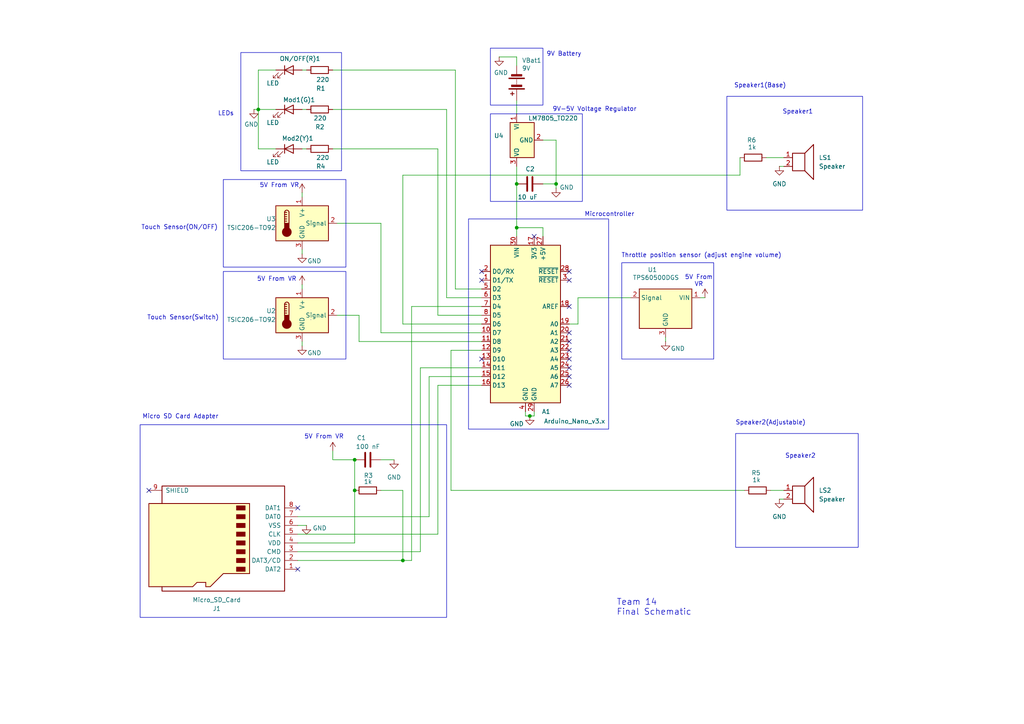
<source format=kicad_sch>
(kicad_sch
	(version 20231120)
	(generator "eeschema")
	(generator_version "8.0")
	(uuid "b4602c3f-d72a-467a-8f11-09dd4ef25150")
	(paper "A4")
	(title_block
		(title "Exhaust system for electric vehicle")
		(date "2024-11-28")
		(rev "6")
	)
	(lib_symbols
		(symbol "Connector:Micro_SD_Card"
			(pin_names
				(offset 1.016)
			)
			(exclude_from_sim no)
			(in_bom yes)
			(on_board yes)
			(property "Reference" "J"
				(at -16.51 15.24 0)
				(effects
					(font
						(size 1.27 1.27)
					)
				)
			)
			(property "Value" "Micro_SD_Card"
				(at 16.51 15.24 0)
				(effects
					(font
						(size 1.27 1.27)
					)
					(justify right)
				)
			)
			(property "Footprint" ""
				(at 29.21 7.62 0)
				(effects
					(font
						(size 1.27 1.27)
					)
					(hide yes)
				)
			)
			(property "Datasheet" "https://www.we-online.com/components/products/datasheet/693072010801.pdf"
				(at 0 0 0)
				(effects
					(font
						(size 1.27 1.27)
					)
					(hide yes)
				)
			)
			(property "Description" "Micro SD Card Socket"
				(at 0 0 0)
				(effects
					(font
						(size 1.27 1.27)
					)
					(hide yes)
				)
			)
			(property "ki_keywords" "connector SD microsd"
				(at 0 0 0)
				(effects
					(font
						(size 1.27 1.27)
					)
					(hide yes)
				)
			)
			(property "ki_fp_filters" "microSD*"
				(at 0 0 0)
				(effects
					(font
						(size 1.27 1.27)
					)
					(hide yes)
				)
			)
			(symbol "Micro_SD_Card_0_1"
				(rectangle
					(start -7.62 -9.525)
					(end -5.08 -10.795)
					(stroke
						(width 0)
						(type default)
					)
					(fill
						(type outline)
					)
				)
				(rectangle
					(start -7.62 -6.985)
					(end -5.08 -8.255)
					(stroke
						(width 0)
						(type default)
					)
					(fill
						(type outline)
					)
				)
				(rectangle
					(start -7.62 -4.445)
					(end -5.08 -5.715)
					(stroke
						(width 0)
						(type default)
					)
					(fill
						(type outline)
					)
				)
				(rectangle
					(start -7.62 -1.905)
					(end -5.08 -3.175)
					(stroke
						(width 0)
						(type default)
					)
					(fill
						(type outline)
					)
				)
				(rectangle
					(start -7.62 0.635)
					(end -5.08 -0.635)
					(stroke
						(width 0)
						(type default)
					)
					(fill
						(type outline)
					)
				)
				(rectangle
					(start -7.62 3.175)
					(end -5.08 1.905)
					(stroke
						(width 0)
						(type default)
					)
					(fill
						(type outline)
					)
				)
				(rectangle
					(start -7.62 5.715)
					(end -5.08 4.445)
					(stroke
						(width 0)
						(type default)
					)
					(fill
						(type outline)
					)
				)
				(rectangle
					(start -7.62 8.255)
					(end -5.08 6.985)
					(stroke
						(width 0)
						(type default)
					)
					(fill
						(type outline)
					)
				)
				(polyline
					(pts
						(xy 16.51 12.7) (xy 16.51 13.97) (xy -19.05 13.97) (xy -19.05 -16.51) (xy 16.51 -16.51) (xy 16.51 -11.43)
					)
					(stroke
						(width 0.254)
						(type default)
					)
					(fill
						(type none)
					)
				)
				(polyline
					(pts
						(xy -8.89 -11.43) (xy -8.89 8.89) (xy -1.27 8.89) (xy 2.54 12.7) (xy 3.81 12.7) (xy 3.81 11.43)
						(xy 6.35 11.43) (xy 7.62 12.7) (xy 20.32 12.7) (xy 20.32 -11.43) (xy -8.89 -11.43)
					)
					(stroke
						(width 0.254)
						(type default)
					)
					(fill
						(type background)
					)
				)
			)
			(symbol "Micro_SD_Card_1_1"
				(pin bidirectional line
					(at -22.86 7.62 0)
					(length 3.81)
					(name "DAT2"
						(effects
							(font
								(size 1.27 1.27)
							)
						)
					)
					(number "1"
						(effects
							(font
								(size 1.27 1.27)
							)
						)
					)
				)
				(pin bidirectional line
					(at -22.86 5.08 0)
					(length 3.81)
					(name "DAT3/CD"
						(effects
							(font
								(size 1.27 1.27)
							)
						)
					)
					(number "2"
						(effects
							(font
								(size 1.27 1.27)
							)
						)
					)
				)
				(pin input line
					(at -22.86 2.54 0)
					(length 3.81)
					(name "CMD"
						(effects
							(font
								(size 1.27 1.27)
							)
						)
					)
					(number "3"
						(effects
							(font
								(size 1.27 1.27)
							)
						)
					)
				)
				(pin power_in line
					(at -22.86 0 0)
					(length 3.81)
					(name "VDD"
						(effects
							(font
								(size 1.27 1.27)
							)
						)
					)
					(number "4"
						(effects
							(font
								(size 1.27 1.27)
							)
						)
					)
				)
				(pin input line
					(at -22.86 -2.54 0)
					(length 3.81)
					(name "CLK"
						(effects
							(font
								(size 1.27 1.27)
							)
						)
					)
					(number "5"
						(effects
							(font
								(size 1.27 1.27)
							)
						)
					)
				)
				(pin power_in line
					(at -22.86 -5.08 0)
					(length 3.81)
					(name "VSS"
						(effects
							(font
								(size 1.27 1.27)
							)
						)
					)
					(number "6"
						(effects
							(font
								(size 1.27 1.27)
							)
						)
					)
				)
				(pin bidirectional line
					(at -22.86 -7.62 0)
					(length 3.81)
					(name "DAT0"
						(effects
							(font
								(size 1.27 1.27)
							)
						)
					)
					(number "7"
						(effects
							(font
								(size 1.27 1.27)
							)
						)
					)
				)
				(pin bidirectional line
					(at -22.86 -10.16 0)
					(length 3.81)
					(name "DAT1"
						(effects
							(font
								(size 1.27 1.27)
							)
						)
					)
					(number "8"
						(effects
							(font
								(size 1.27 1.27)
							)
						)
					)
				)
				(pin passive line
					(at 20.32 -15.24 180)
					(length 3.81)
					(name "SHIELD"
						(effects
							(font
								(size 1.27 1.27)
							)
						)
					)
					(number "9"
						(effects
							(font
								(size 1.27 1.27)
							)
						)
					)
				)
			)
		)
		(symbol "Device:Battery"
			(pin_numbers hide)
			(pin_names
				(offset 0) hide)
			(exclude_from_sim no)
			(in_bom yes)
			(on_board yes)
			(property "Reference" "BT"
				(at 2.54 2.54 0)
				(effects
					(font
						(size 1.27 1.27)
					)
					(justify left)
				)
			)
			(property "Value" "Battery"
				(at 2.54 0 0)
				(effects
					(font
						(size 1.27 1.27)
					)
					(justify left)
				)
			)
			(property "Footprint" ""
				(at 0 1.524 90)
				(effects
					(font
						(size 1.27 1.27)
					)
					(hide yes)
				)
			)
			(property "Datasheet" "~"
				(at 0 1.524 90)
				(effects
					(font
						(size 1.27 1.27)
					)
					(hide yes)
				)
			)
			(property "Description" "Multiple-cell battery"
				(at 0 0 0)
				(effects
					(font
						(size 1.27 1.27)
					)
					(hide yes)
				)
			)
			(property "ki_keywords" "batt voltage-source cell"
				(at 0 0 0)
				(effects
					(font
						(size 1.27 1.27)
					)
					(hide yes)
				)
			)
			(symbol "Battery_0_1"
				(rectangle
					(start -2.286 -1.27)
					(end 2.286 -1.524)
					(stroke
						(width 0)
						(type default)
					)
					(fill
						(type outline)
					)
				)
				(rectangle
					(start -2.286 1.778)
					(end 2.286 1.524)
					(stroke
						(width 0)
						(type default)
					)
					(fill
						(type outline)
					)
				)
				(rectangle
					(start -1.524 -2.032)
					(end 1.524 -2.54)
					(stroke
						(width 0)
						(type default)
					)
					(fill
						(type outline)
					)
				)
				(rectangle
					(start -1.524 1.016)
					(end 1.524 0.508)
					(stroke
						(width 0)
						(type default)
					)
					(fill
						(type outline)
					)
				)
				(polyline
					(pts
						(xy 0 -1.016) (xy 0 -0.762)
					)
					(stroke
						(width 0)
						(type default)
					)
					(fill
						(type none)
					)
				)
				(polyline
					(pts
						(xy 0 -0.508) (xy 0 -0.254)
					)
					(stroke
						(width 0)
						(type default)
					)
					(fill
						(type none)
					)
				)
				(polyline
					(pts
						(xy 0 0) (xy 0 0.254)
					)
					(stroke
						(width 0)
						(type default)
					)
					(fill
						(type none)
					)
				)
				(polyline
					(pts
						(xy 0 1.778) (xy 0 2.54)
					)
					(stroke
						(width 0)
						(type default)
					)
					(fill
						(type none)
					)
				)
				(polyline
					(pts
						(xy 0.762 3.048) (xy 1.778 3.048)
					)
					(stroke
						(width 0.254)
						(type default)
					)
					(fill
						(type none)
					)
				)
				(polyline
					(pts
						(xy 1.27 3.556) (xy 1.27 2.54)
					)
					(stroke
						(width 0.254)
						(type default)
					)
					(fill
						(type none)
					)
				)
			)
			(symbol "Battery_1_1"
				(pin passive line
					(at 0 5.08 270)
					(length 2.54)
					(name "+"
						(effects
							(font
								(size 1.27 1.27)
							)
						)
					)
					(number "1"
						(effects
							(font
								(size 1.27 1.27)
							)
						)
					)
				)
				(pin passive line
					(at 0 -5.08 90)
					(length 2.54)
					(name "-"
						(effects
							(font
								(size 1.27 1.27)
							)
						)
					)
					(number "2"
						(effects
							(font
								(size 1.27 1.27)
							)
						)
					)
				)
			)
		)
		(symbol "Device:C"
			(pin_numbers hide)
			(pin_names
				(offset 0.254)
			)
			(exclude_from_sim no)
			(in_bom yes)
			(on_board yes)
			(property "Reference" "C"
				(at 0.635 2.54 0)
				(effects
					(font
						(size 1.27 1.27)
					)
					(justify left)
				)
			)
			(property "Value" "C"
				(at 0.635 -2.54 0)
				(effects
					(font
						(size 1.27 1.27)
					)
					(justify left)
				)
			)
			(property "Footprint" ""
				(at 0.9652 -3.81 0)
				(effects
					(font
						(size 1.27 1.27)
					)
					(hide yes)
				)
			)
			(property "Datasheet" "~"
				(at 0 0 0)
				(effects
					(font
						(size 1.27 1.27)
					)
					(hide yes)
				)
			)
			(property "Description" "Unpolarized capacitor"
				(at 0 0 0)
				(effects
					(font
						(size 1.27 1.27)
					)
					(hide yes)
				)
			)
			(property "ki_keywords" "cap capacitor"
				(at 0 0 0)
				(effects
					(font
						(size 1.27 1.27)
					)
					(hide yes)
				)
			)
			(property "ki_fp_filters" "C_*"
				(at 0 0 0)
				(effects
					(font
						(size 1.27 1.27)
					)
					(hide yes)
				)
			)
			(symbol "C_0_1"
				(polyline
					(pts
						(xy -2.032 -0.762) (xy 2.032 -0.762)
					)
					(stroke
						(width 0.508)
						(type default)
					)
					(fill
						(type none)
					)
				)
				(polyline
					(pts
						(xy -2.032 0.762) (xy 2.032 0.762)
					)
					(stroke
						(width 0.508)
						(type default)
					)
					(fill
						(type none)
					)
				)
			)
			(symbol "C_1_1"
				(pin passive line
					(at 0 3.81 270)
					(length 2.794)
					(name "~"
						(effects
							(font
								(size 1.27 1.27)
							)
						)
					)
					(number "1"
						(effects
							(font
								(size 1.27 1.27)
							)
						)
					)
				)
				(pin passive line
					(at 0 -3.81 90)
					(length 2.794)
					(name "~"
						(effects
							(font
								(size 1.27 1.27)
							)
						)
					)
					(number "2"
						(effects
							(font
								(size 1.27 1.27)
							)
						)
					)
				)
			)
		)
		(symbol "Device:LED"
			(pin_numbers hide)
			(pin_names
				(offset 1.016) hide)
			(exclude_from_sim no)
			(in_bom yes)
			(on_board yes)
			(property "Reference" "D"
				(at 0 2.54 0)
				(effects
					(font
						(size 1.27 1.27)
					)
				)
			)
			(property "Value" "LED"
				(at 0 -2.54 0)
				(effects
					(font
						(size 1.27 1.27)
					)
				)
			)
			(property "Footprint" ""
				(at 0 0 0)
				(effects
					(font
						(size 1.27 1.27)
					)
					(hide yes)
				)
			)
			(property "Datasheet" "~"
				(at 0 0 0)
				(effects
					(font
						(size 1.27 1.27)
					)
					(hide yes)
				)
			)
			(property "Description" "Light emitting diode"
				(at 0 0 0)
				(effects
					(font
						(size 1.27 1.27)
					)
					(hide yes)
				)
			)
			(property "ki_keywords" "LED diode"
				(at 0 0 0)
				(effects
					(font
						(size 1.27 1.27)
					)
					(hide yes)
				)
			)
			(property "ki_fp_filters" "LED* LED_SMD:* LED_THT:*"
				(at 0 0 0)
				(effects
					(font
						(size 1.27 1.27)
					)
					(hide yes)
				)
			)
			(symbol "LED_0_1"
				(polyline
					(pts
						(xy -1.27 -1.27) (xy -1.27 1.27)
					)
					(stroke
						(width 0.254)
						(type default)
					)
					(fill
						(type none)
					)
				)
				(polyline
					(pts
						(xy -1.27 0) (xy 1.27 0)
					)
					(stroke
						(width 0)
						(type default)
					)
					(fill
						(type none)
					)
				)
				(polyline
					(pts
						(xy 1.27 -1.27) (xy 1.27 1.27) (xy -1.27 0) (xy 1.27 -1.27)
					)
					(stroke
						(width 0.254)
						(type default)
					)
					(fill
						(type none)
					)
				)
				(polyline
					(pts
						(xy -3.048 -0.762) (xy -4.572 -2.286) (xy -3.81 -2.286) (xy -4.572 -2.286) (xy -4.572 -1.524)
					)
					(stroke
						(width 0)
						(type default)
					)
					(fill
						(type none)
					)
				)
				(polyline
					(pts
						(xy -1.778 -0.762) (xy -3.302 -2.286) (xy -2.54 -2.286) (xy -3.302 -2.286) (xy -3.302 -1.524)
					)
					(stroke
						(width 0)
						(type default)
					)
					(fill
						(type none)
					)
				)
			)
			(symbol "LED_1_1"
				(pin passive line
					(at -3.81 0 0)
					(length 2.54)
					(name "K"
						(effects
							(font
								(size 1.27 1.27)
							)
						)
					)
					(number "1"
						(effects
							(font
								(size 1.27 1.27)
							)
						)
					)
				)
				(pin passive line
					(at 3.81 0 180)
					(length 2.54)
					(name "A"
						(effects
							(font
								(size 1.27 1.27)
							)
						)
					)
					(number "2"
						(effects
							(font
								(size 1.27 1.27)
							)
						)
					)
				)
			)
		)
		(symbol "Device:R"
			(pin_numbers hide)
			(pin_names
				(offset 0)
			)
			(exclude_from_sim no)
			(in_bom yes)
			(on_board yes)
			(property "Reference" "R"
				(at 2.032 0 90)
				(effects
					(font
						(size 1.27 1.27)
					)
				)
			)
			(property "Value" "R"
				(at 0 0 90)
				(effects
					(font
						(size 1.27 1.27)
					)
				)
			)
			(property "Footprint" ""
				(at -1.778 0 90)
				(effects
					(font
						(size 1.27 1.27)
					)
					(hide yes)
				)
			)
			(property "Datasheet" "~"
				(at 0 0 0)
				(effects
					(font
						(size 1.27 1.27)
					)
					(hide yes)
				)
			)
			(property "Description" "Resistor"
				(at 0 0 0)
				(effects
					(font
						(size 1.27 1.27)
					)
					(hide yes)
				)
			)
			(property "ki_keywords" "R res resistor"
				(at 0 0 0)
				(effects
					(font
						(size 1.27 1.27)
					)
					(hide yes)
				)
			)
			(property "ki_fp_filters" "R_*"
				(at 0 0 0)
				(effects
					(font
						(size 1.27 1.27)
					)
					(hide yes)
				)
			)
			(symbol "R_0_1"
				(rectangle
					(start -1.016 -2.54)
					(end 1.016 2.54)
					(stroke
						(width 0.254)
						(type default)
					)
					(fill
						(type none)
					)
				)
			)
			(symbol "R_1_1"
				(pin passive line
					(at 0 3.81 270)
					(length 1.27)
					(name "~"
						(effects
							(font
								(size 1.27 1.27)
							)
						)
					)
					(number "1"
						(effects
							(font
								(size 1.27 1.27)
							)
						)
					)
				)
				(pin passive line
					(at 0 -3.81 90)
					(length 1.27)
					(name "~"
						(effects
							(font
								(size 1.27 1.27)
							)
						)
					)
					(number "2"
						(effects
							(font
								(size 1.27 1.27)
							)
						)
					)
				)
			)
		)
		(symbol "Device:Speaker"
			(pin_names
				(offset 0) hide)
			(exclude_from_sim no)
			(in_bom yes)
			(on_board yes)
			(property "Reference" "LS"
				(at 1.27 5.715 0)
				(effects
					(font
						(size 1.27 1.27)
					)
					(justify right)
				)
			)
			(property "Value" "Speaker"
				(at 1.27 3.81 0)
				(effects
					(font
						(size 1.27 1.27)
					)
					(justify right)
				)
			)
			(property "Footprint" ""
				(at 0 -5.08 0)
				(effects
					(font
						(size 1.27 1.27)
					)
					(hide yes)
				)
			)
			(property "Datasheet" "~"
				(at -0.254 -1.27 0)
				(effects
					(font
						(size 1.27 1.27)
					)
					(hide yes)
				)
			)
			(property "Description" "Speaker"
				(at 0 0 0)
				(effects
					(font
						(size 1.27 1.27)
					)
					(hide yes)
				)
			)
			(property "ki_keywords" "speaker sound"
				(at 0 0 0)
				(effects
					(font
						(size 1.27 1.27)
					)
					(hide yes)
				)
			)
			(symbol "Speaker_0_0"
				(rectangle
					(start -2.54 1.27)
					(end 1.016 -3.81)
					(stroke
						(width 0.254)
						(type default)
					)
					(fill
						(type none)
					)
				)
				(polyline
					(pts
						(xy 1.016 1.27) (xy 3.556 3.81) (xy 3.556 -6.35) (xy 1.016 -3.81)
					)
					(stroke
						(width 0.254)
						(type default)
					)
					(fill
						(type none)
					)
				)
			)
			(symbol "Speaker_1_1"
				(pin input line
					(at -5.08 0 0)
					(length 2.54)
					(name "1"
						(effects
							(font
								(size 1.27 1.27)
							)
						)
					)
					(number "1"
						(effects
							(font
								(size 1.27 1.27)
							)
						)
					)
				)
				(pin input line
					(at -5.08 -2.54 0)
					(length 2.54)
					(name "2"
						(effects
							(font
								(size 1.27 1.27)
							)
						)
					)
					(number "2"
						(effects
							(font
								(size 1.27 1.27)
							)
						)
					)
				)
			)
		)
		(symbol "MCU_Module:Arduino_Nano_v3.x"
			(exclude_from_sim no)
			(in_bom yes)
			(on_board yes)
			(property "Reference" "A"
				(at -10.16 23.495 0)
				(effects
					(font
						(size 1.27 1.27)
					)
					(justify left bottom)
				)
			)
			(property "Value" "Arduino_Nano_v3.x"
				(at 5.08 -24.13 0)
				(effects
					(font
						(size 1.27 1.27)
					)
					(justify left top)
				)
			)
			(property "Footprint" "Module:Arduino_Nano"
				(at 0 0 0)
				(effects
					(font
						(size 1.27 1.27)
						(italic yes)
					)
					(hide yes)
				)
			)
			(property "Datasheet" "http://www.mouser.com/pdfdocs/Gravitech_Arduino_Nano3_0.pdf"
				(at 0 0 0)
				(effects
					(font
						(size 1.27 1.27)
					)
					(hide yes)
				)
			)
			(property "Description" "Arduino Nano v3.x"
				(at 0 0 0)
				(effects
					(font
						(size 1.27 1.27)
					)
					(hide yes)
				)
			)
			(property "ki_keywords" "Arduino nano microcontroller module USB"
				(at 0 0 0)
				(effects
					(font
						(size 1.27 1.27)
					)
					(hide yes)
				)
			)
			(property "ki_fp_filters" "Arduino*Nano*"
				(at 0 0 0)
				(effects
					(font
						(size 1.27 1.27)
					)
					(hide yes)
				)
			)
			(symbol "Arduino_Nano_v3.x_0_1"
				(rectangle
					(start -10.16 22.86)
					(end 10.16 -22.86)
					(stroke
						(width 0.254)
						(type default)
					)
					(fill
						(type background)
					)
				)
			)
			(symbol "Arduino_Nano_v3.x_1_1"
				(pin bidirectional line
					(at -12.7 12.7 0)
					(length 2.54)
					(name "D1/TX"
						(effects
							(font
								(size 1.27 1.27)
							)
						)
					)
					(number "1"
						(effects
							(font
								(size 1.27 1.27)
							)
						)
					)
				)
				(pin bidirectional line
					(at -12.7 -2.54 0)
					(length 2.54)
					(name "D7"
						(effects
							(font
								(size 1.27 1.27)
							)
						)
					)
					(number "10"
						(effects
							(font
								(size 1.27 1.27)
							)
						)
					)
				)
				(pin bidirectional line
					(at -12.7 -5.08 0)
					(length 2.54)
					(name "D8"
						(effects
							(font
								(size 1.27 1.27)
							)
						)
					)
					(number "11"
						(effects
							(font
								(size 1.27 1.27)
							)
						)
					)
				)
				(pin bidirectional line
					(at -12.7 -7.62 0)
					(length 2.54)
					(name "D9"
						(effects
							(font
								(size 1.27 1.27)
							)
						)
					)
					(number "12"
						(effects
							(font
								(size 1.27 1.27)
							)
						)
					)
				)
				(pin bidirectional line
					(at -12.7 -10.16 0)
					(length 2.54)
					(name "D10"
						(effects
							(font
								(size 1.27 1.27)
							)
						)
					)
					(number "13"
						(effects
							(font
								(size 1.27 1.27)
							)
						)
					)
				)
				(pin bidirectional line
					(at -12.7 -12.7 0)
					(length 2.54)
					(name "D11"
						(effects
							(font
								(size 1.27 1.27)
							)
						)
					)
					(number "14"
						(effects
							(font
								(size 1.27 1.27)
							)
						)
					)
				)
				(pin bidirectional line
					(at -12.7 -15.24 0)
					(length 2.54)
					(name "D12"
						(effects
							(font
								(size 1.27 1.27)
							)
						)
					)
					(number "15"
						(effects
							(font
								(size 1.27 1.27)
							)
						)
					)
				)
				(pin bidirectional line
					(at -12.7 -17.78 0)
					(length 2.54)
					(name "D13"
						(effects
							(font
								(size 1.27 1.27)
							)
						)
					)
					(number "16"
						(effects
							(font
								(size 1.27 1.27)
							)
						)
					)
				)
				(pin power_out line
					(at 2.54 25.4 270)
					(length 2.54)
					(name "3V3"
						(effects
							(font
								(size 1.27 1.27)
							)
						)
					)
					(number "17"
						(effects
							(font
								(size 1.27 1.27)
							)
						)
					)
				)
				(pin input line
					(at 12.7 5.08 180)
					(length 2.54)
					(name "AREF"
						(effects
							(font
								(size 1.27 1.27)
							)
						)
					)
					(number "18"
						(effects
							(font
								(size 1.27 1.27)
							)
						)
					)
				)
				(pin bidirectional line
					(at 12.7 0 180)
					(length 2.54)
					(name "A0"
						(effects
							(font
								(size 1.27 1.27)
							)
						)
					)
					(number "19"
						(effects
							(font
								(size 1.27 1.27)
							)
						)
					)
				)
				(pin bidirectional line
					(at -12.7 15.24 0)
					(length 2.54)
					(name "D0/RX"
						(effects
							(font
								(size 1.27 1.27)
							)
						)
					)
					(number "2"
						(effects
							(font
								(size 1.27 1.27)
							)
						)
					)
				)
				(pin bidirectional line
					(at 12.7 -2.54 180)
					(length 2.54)
					(name "A1"
						(effects
							(font
								(size 1.27 1.27)
							)
						)
					)
					(number "20"
						(effects
							(font
								(size 1.27 1.27)
							)
						)
					)
				)
				(pin bidirectional line
					(at 12.7 -5.08 180)
					(length 2.54)
					(name "A2"
						(effects
							(font
								(size 1.27 1.27)
							)
						)
					)
					(number "21"
						(effects
							(font
								(size 1.27 1.27)
							)
						)
					)
				)
				(pin bidirectional line
					(at 12.7 -7.62 180)
					(length 2.54)
					(name "A3"
						(effects
							(font
								(size 1.27 1.27)
							)
						)
					)
					(number "22"
						(effects
							(font
								(size 1.27 1.27)
							)
						)
					)
				)
				(pin bidirectional line
					(at 12.7 -10.16 180)
					(length 2.54)
					(name "A4"
						(effects
							(font
								(size 1.27 1.27)
							)
						)
					)
					(number "23"
						(effects
							(font
								(size 1.27 1.27)
							)
						)
					)
				)
				(pin bidirectional line
					(at 12.7 -12.7 180)
					(length 2.54)
					(name "A5"
						(effects
							(font
								(size 1.27 1.27)
							)
						)
					)
					(number "24"
						(effects
							(font
								(size 1.27 1.27)
							)
						)
					)
				)
				(pin bidirectional line
					(at 12.7 -15.24 180)
					(length 2.54)
					(name "A6"
						(effects
							(font
								(size 1.27 1.27)
							)
						)
					)
					(number "25"
						(effects
							(font
								(size 1.27 1.27)
							)
						)
					)
				)
				(pin bidirectional line
					(at 12.7 -17.78 180)
					(length 2.54)
					(name "A7"
						(effects
							(font
								(size 1.27 1.27)
							)
						)
					)
					(number "26"
						(effects
							(font
								(size 1.27 1.27)
							)
						)
					)
				)
				(pin power_out line
					(at 5.08 25.4 270)
					(length 2.54)
					(name "+5V"
						(effects
							(font
								(size 1.27 1.27)
							)
						)
					)
					(number "27"
						(effects
							(font
								(size 1.27 1.27)
							)
						)
					)
				)
				(pin input line
					(at 12.7 15.24 180)
					(length 2.54)
					(name "~{RESET}"
						(effects
							(font
								(size 1.27 1.27)
							)
						)
					)
					(number "28"
						(effects
							(font
								(size 1.27 1.27)
							)
						)
					)
				)
				(pin power_in line
					(at 2.54 -25.4 90)
					(length 2.54)
					(name "GND"
						(effects
							(font
								(size 1.27 1.27)
							)
						)
					)
					(number "29"
						(effects
							(font
								(size 1.27 1.27)
							)
						)
					)
				)
				(pin input line
					(at 12.7 12.7 180)
					(length 2.54)
					(name "~{RESET}"
						(effects
							(font
								(size 1.27 1.27)
							)
						)
					)
					(number "3"
						(effects
							(font
								(size 1.27 1.27)
							)
						)
					)
				)
				(pin power_in line
					(at -2.54 25.4 270)
					(length 2.54)
					(name "VIN"
						(effects
							(font
								(size 1.27 1.27)
							)
						)
					)
					(number "30"
						(effects
							(font
								(size 1.27 1.27)
							)
						)
					)
				)
				(pin power_in line
					(at 0 -25.4 90)
					(length 2.54)
					(name "GND"
						(effects
							(font
								(size 1.27 1.27)
							)
						)
					)
					(number "4"
						(effects
							(font
								(size 1.27 1.27)
							)
						)
					)
				)
				(pin bidirectional line
					(at -12.7 10.16 0)
					(length 2.54)
					(name "D2"
						(effects
							(font
								(size 1.27 1.27)
							)
						)
					)
					(number "5"
						(effects
							(font
								(size 1.27 1.27)
							)
						)
					)
				)
				(pin bidirectional line
					(at -12.7 7.62 0)
					(length 2.54)
					(name "D3"
						(effects
							(font
								(size 1.27 1.27)
							)
						)
					)
					(number "6"
						(effects
							(font
								(size 1.27 1.27)
							)
						)
					)
				)
				(pin bidirectional line
					(at -12.7 5.08 0)
					(length 2.54)
					(name "D4"
						(effects
							(font
								(size 1.27 1.27)
							)
						)
					)
					(number "7"
						(effects
							(font
								(size 1.27 1.27)
							)
						)
					)
				)
				(pin bidirectional line
					(at -12.7 2.54 0)
					(length 2.54)
					(name "D5"
						(effects
							(font
								(size 1.27 1.27)
							)
						)
					)
					(number "8"
						(effects
							(font
								(size 1.27 1.27)
							)
						)
					)
				)
				(pin bidirectional line
					(at -12.7 0 0)
					(length 2.54)
					(name "D6"
						(effects
							(font
								(size 1.27 1.27)
							)
						)
					)
					(number "9"
						(effects
							(font
								(size 1.27 1.27)
							)
						)
					)
				)
			)
		)
		(symbol "Regulator_Linear:LM7805_TO220"
			(pin_names
				(offset 0.254)
			)
			(exclude_from_sim no)
			(in_bom yes)
			(on_board yes)
			(property "Reference" "U"
				(at -3.81 3.175 0)
				(effects
					(font
						(size 1.27 1.27)
					)
				)
			)
			(property "Value" "LM7805_TO220"
				(at 0 3.175 0)
				(effects
					(font
						(size 1.27 1.27)
					)
					(justify left)
				)
			)
			(property "Footprint" "Package_TO_SOT_THT:TO-220-3_Vertical"
				(at 0 5.715 0)
				(effects
					(font
						(size 1.27 1.27)
						(italic yes)
					)
					(hide yes)
				)
			)
			(property "Datasheet" "https://www.onsemi.cn/PowerSolutions/document/MC7800-D.PDF"
				(at 0 -1.27 0)
				(effects
					(font
						(size 1.27 1.27)
					)
					(hide yes)
				)
			)
			(property "Description" "Positive 1A 35V Linear Regulator, Fixed Output 5V, TO-220"
				(at 0 0 0)
				(effects
					(font
						(size 1.27 1.27)
					)
					(hide yes)
				)
			)
			(property "ki_keywords" "Voltage Regulator 1A Positive"
				(at 0 0 0)
				(effects
					(font
						(size 1.27 1.27)
					)
					(hide yes)
				)
			)
			(property "ki_fp_filters" "TO?220*"
				(at 0 0 0)
				(effects
					(font
						(size 1.27 1.27)
					)
					(hide yes)
				)
			)
			(symbol "LM7805_TO220_0_1"
				(rectangle
					(start -5.08 1.905)
					(end 5.08 -5.08)
					(stroke
						(width 0.254)
						(type default)
					)
					(fill
						(type background)
					)
				)
			)
			(symbol "LM7805_TO220_1_1"
				(pin power_in line
					(at -7.62 0 0)
					(length 2.54)
					(name "VI"
						(effects
							(font
								(size 1.27 1.27)
							)
						)
					)
					(number "1"
						(effects
							(font
								(size 1.27 1.27)
							)
						)
					)
				)
				(pin power_in line
					(at 0 -7.62 90)
					(length 2.54)
					(name "GND"
						(effects
							(font
								(size 1.27 1.27)
							)
						)
					)
					(number "2"
						(effects
							(font
								(size 1.27 1.27)
							)
						)
					)
				)
				(pin power_out line
					(at 7.62 0 180)
					(length 2.54)
					(name "VO"
						(effects
							(font
								(size 1.27 1.27)
							)
						)
					)
					(number "3"
						(effects
							(font
								(size 1.27 1.27)
							)
						)
					)
				)
			)
		)
		(symbol "Regulator_SwitchedCapacitor:TPS60500DGS"
			(exclude_from_sim no)
			(in_bom yes)
			(on_board yes)
			(property "Reference" "U1"
				(at 3.81 20.828 0)
				(effects
					(font
						(size 1.27 1.27)
					)
				)
			)
			(property "Value" "TPS60500DGS"
				(at 2.794 18.542 0)
				(effects
					(font
						(size 1.27 1.27)
					)
				)
			)
			(property "Footprint" "Connector_PinHeader_2.54mm:PinHeader_1x03_P2.54mm_Vertical"
				(at -22.86 -22.86 0)
				(effects
					(font
						(size 1.27 1.27)
						(italic yes)
					)
					(justify left)
					(hide yes)
				)
			)
			(property "Datasheet" "http://www.ti.com/lit/ds/symlink/tps60503.pdf"
				(at 0 -20.32 0)
				(effects
					(font
						(size 1.27 1.27)
					)
					(hide yes)
				)
			)
			(property "Description" "250mA High-Efficiency Step-Down Charge Pump Regulator, Adjustable Output Voltage, MSOP-10"
				(at 0 0 0)
				(effects
					(font
						(size 1.27 1.27)
					)
					(hide yes)
				)
			)
			(property "ki_keywords" "Regulator Step-Down Charge Pump TPS Texas Instruments Ti"
				(at 0 0 0)
				(effects
					(font
						(size 1.27 1.27)
					)
					(hide yes)
				)
			)
			(property "ki_fp_filters" "MSOP*3x3mm*P0.5mm*"
				(at 0 0 0)
				(effects
					(font
						(size 1.27 1.27)
					)
					(hide yes)
				)
			)
			(symbol "TPS60500DGS_0_1"
				(rectangle
					(start -7.62 15.24)
					(end 7.62 3.81)
					(stroke
						(width 0.254)
						(type default)
					)
					(fill
						(type background)
					)
				)
			)
			(symbol "TPS60500DGS_1_1"
				(pin power_in line
					(at -10.16 12.7 0)
					(length 2.54)
					(name "VIN"
						(effects
							(font
								(size 1.27 1.27)
							)
						)
					)
					(number "1"
						(effects
							(font
								(size 1.27 1.27)
							)
						)
					)
				)
				(pin output line
					(at 10.16 12.7 180)
					(length 2.54)
					(name "Signal"
						(effects
							(font
								(size 1.27 1.27)
							)
						)
					)
					(number "2"
						(effects
							(font
								(size 1.27 1.27)
							)
						)
					)
				)
				(pin power_in line
					(at 0 1.27 90)
					(length 2.54)
					(name "GND"
						(effects
							(font
								(size 1.27 1.27)
							)
						)
					)
					(number "3"
						(effects
							(font
								(size 1.27 1.27)
							)
						)
					)
				)
			)
		)
		(symbol "Sensor_Temperature:TSIC206-TO92"
			(exclude_from_sim no)
			(in_bom yes)
			(on_board yes)
			(property "Reference" "U"
				(at -6.35 6.35 0)
				(effects
					(font
						(size 1.27 1.27)
					)
				)
			)
			(property "Value" "TSIC206-TO92"
				(at 1.27 6.35 0)
				(effects
					(font
						(size 1.27 1.27)
					)
					(justify left)
				)
			)
			(property "Footprint" "Package_TO_SOT_THT:TO-92_Inline"
				(at -8.89 3.81 0)
				(effects
					(font
						(size 1.27 1.27)
					)
					(justify left)
					(hide yes)
				)
			)
			(property "Datasheet" "https://shop.bb-sensors.com/out/media/Datasheet_Digital_Semiconductor_temperatur_sensor_TSIC.pdf"
				(at 0 0 0)
				(effects
					(font
						(size 1.27 1.27)
					)
					(hide yes)
				)
			)
			(property "Description" "Digital temperature sensor, range -50 ... +150 °C, 0.5 K accuracy, TO-92"
				(at 0 0 0)
				(effects
					(font
						(size 1.27 1.27)
					)
					(hide yes)
				)
			)
			(property "ki_keywords" "temperature digital"
				(at 0 0 0)
				(effects
					(font
						(size 1.27 1.27)
					)
					(hide yes)
				)
			)
			(property "ki_fp_filters" "TO?92*"
				(at 0 0 0)
				(effects
					(font
						(size 1.27 1.27)
					)
					(hide yes)
				)
			)
			(symbol "TSIC206-TO92_0_1"
				(rectangle
					(start -7.62 5.08)
					(end 7.62 -5.08)
					(stroke
						(width 0.254)
						(type default)
					)
					(fill
						(type background)
					)
				)
				(circle
					(center -4.445 -2.54)
					(radius 1.27)
					(stroke
						(width 0.254)
						(type default)
					)
					(fill
						(type outline)
					)
				)
				(rectangle
					(start -3.81 -1.905)
					(end -5.08 0)
					(stroke
						(width 0.254)
						(type default)
					)
					(fill
						(type outline)
					)
				)
				(arc
					(start -3.81 3.175)
					(mid -4.445 3.8073)
					(end -5.08 3.175)
					(stroke
						(width 0.254)
						(type default)
					)
					(fill
						(type none)
					)
				)
				(polyline
					(pts
						(xy -5.08 0.635) (xy -4.445 0.635)
					)
					(stroke
						(width 0.254)
						(type default)
					)
					(fill
						(type none)
					)
				)
				(polyline
					(pts
						(xy -5.08 1.27) (xy -4.445 1.27)
					)
					(stroke
						(width 0.254)
						(type default)
					)
					(fill
						(type none)
					)
				)
				(polyline
					(pts
						(xy -5.08 1.905) (xy -4.445 1.905)
					)
					(stroke
						(width 0.254)
						(type default)
					)
					(fill
						(type none)
					)
				)
				(polyline
					(pts
						(xy -5.08 2.54) (xy -4.445 2.54)
					)
					(stroke
						(width 0.254)
						(type default)
					)
					(fill
						(type none)
					)
				)
				(polyline
					(pts
						(xy -5.08 3.175) (xy -5.08 0)
					)
					(stroke
						(width 0.254)
						(type default)
					)
					(fill
						(type none)
					)
				)
				(polyline
					(pts
						(xy -5.08 3.175) (xy -4.445 3.175)
					)
					(stroke
						(width 0.254)
						(type default)
					)
					(fill
						(type none)
					)
				)
				(polyline
					(pts
						(xy -3.81 3.175) (xy -3.81 0)
					)
					(stroke
						(width 0.254)
						(type default)
					)
					(fill
						(type none)
					)
				)
			)
			(symbol "TSIC206-TO92_1_1"
				(pin power_in line
					(at 0 7.62 270)
					(length 2.54)
					(name "V+"
						(effects
							(font
								(size 1.27 1.27)
							)
						)
					)
					(number "1"
						(effects
							(font
								(size 1.27 1.27)
							)
						)
					)
				)
				(pin output line
					(at 10.16 0 180)
					(length 2.54)
					(name "Signal"
						(effects
							(font
								(size 1.27 1.27)
							)
						)
					)
					(number "2"
						(effects
							(font
								(size 1.27 1.27)
							)
						)
					)
				)
				(pin power_in line
					(at 0 -7.62 90)
					(length 2.54)
					(name "GND"
						(effects
							(font
								(size 1.27 1.27)
							)
						)
					)
					(number "3"
						(effects
							(font
								(size 1.27 1.27)
							)
						)
					)
				)
			)
		)
		(symbol "power:+5V"
			(power)
			(pin_numbers hide)
			(pin_names
				(offset 0) hide)
			(exclude_from_sim no)
			(in_bom yes)
			(on_board yes)
			(property "Reference" "#PWR"
				(at 0 -3.81 0)
				(effects
					(font
						(size 1.27 1.27)
					)
					(hide yes)
				)
			)
			(property "Value" "+5V"
				(at 0 3.556 0)
				(effects
					(font
						(size 1.27 1.27)
					)
				)
			)
			(property "Footprint" ""
				(at 0 0 0)
				(effects
					(font
						(size 1.27 1.27)
					)
					(hide yes)
				)
			)
			(property "Datasheet" ""
				(at 0 0 0)
				(effects
					(font
						(size 1.27 1.27)
					)
					(hide yes)
				)
			)
			(property "Description" "Power symbol creates a global label with name \"+5V\""
				(at 0 0 0)
				(effects
					(font
						(size 1.27 1.27)
					)
					(hide yes)
				)
			)
			(property "ki_keywords" "global power"
				(at 0 0 0)
				(effects
					(font
						(size 1.27 1.27)
					)
					(hide yes)
				)
			)
			(symbol "+5V_0_1"
				(polyline
					(pts
						(xy -0.762 1.27) (xy 0 2.54)
					)
					(stroke
						(width 0)
						(type default)
					)
					(fill
						(type none)
					)
				)
				(polyline
					(pts
						(xy 0 0) (xy 0 2.54)
					)
					(stroke
						(width 0)
						(type default)
					)
					(fill
						(type none)
					)
				)
				(polyline
					(pts
						(xy 0 2.54) (xy 0.762 1.27)
					)
					(stroke
						(width 0)
						(type default)
					)
					(fill
						(type none)
					)
				)
			)
			(symbol "+5V_1_1"
				(pin power_in line
					(at 0 0 90)
					(length 0)
					(name "~"
						(effects
							(font
								(size 1.27 1.27)
							)
						)
					)
					(number "1"
						(effects
							(font
								(size 1.27 1.27)
							)
						)
					)
				)
			)
		)
		(symbol "power:GND"
			(power)
			(pin_numbers hide)
			(pin_names
				(offset 0) hide)
			(exclude_from_sim no)
			(in_bom yes)
			(on_board yes)
			(property "Reference" "#PWR"
				(at 0 -6.35 0)
				(effects
					(font
						(size 1.27 1.27)
					)
					(hide yes)
				)
			)
			(property "Value" "GND"
				(at 0 -3.81 0)
				(effects
					(font
						(size 1.27 1.27)
					)
				)
			)
			(property "Footprint" ""
				(at 0 0 0)
				(effects
					(font
						(size 1.27 1.27)
					)
					(hide yes)
				)
			)
			(property "Datasheet" ""
				(at 0 0 0)
				(effects
					(font
						(size 1.27 1.27)
					)
					(hide yes)
				)
			)
			(property "Description" "Power symbol creates a global label with name \"GND\" , ground"
				(at 0 0 0)
				(effects
					(font
						(size 1.27 1.27)
					)
					(hide yes)
				)
			)
			(property "ki_keywords" "global power"
				(at 0 0 0)
				(effects
					(font
						(size 1.27 1.27)
					)
					(hide yes)
				)
			)
			(symbol "GND_0_1"
				(polyline
					(pts
						(xy 0 0) (xy 0 -1.27) (xy 1.27 -1.27) (xy 0 -2.54) (xy -1.27 -1.27) (xy 0 -1.27)
					)
					(stroke
						(width 0)
						(type default)
					)
					(fill
						(type none)
					)
				)
			)
			(symbol "GND_1_1"
				(pin power_in line
					(at 0 0 270)
					(length 0)
					(name "~"
						(effects
							(font
								(size 1.27 1.27)
							)
						)
					)
					(number "1"
						(effects
							(font
								(size 1.27 1.27)
							)
						)
					)
				)
			)
		)
	)
	(junction
		(at 161.29 53.34)
		(diameter 0)
		(color 0 0 0 0)
		(uuid "1e8a2f74-e93f-4d9e-a65f-51b1f7ce9d83")
	)
	(junction
		(at 116.84 162.56)
		(diameter 0)
		(color 0 0 0 0)
		(uuid "5b1a5d09-bc05-4610-abdd-a85b7e5ce2db")
	)
	(junction
		(at 74.93 31.75)
		(diameter 0)
		(color 0 0 0 0)
		(uuid "697dfc81-fefe-4962-b9f9-45107896869d")
	)
	(junction
		(at 153.67 120.65)
		(diameter 0)
		(color 0 0 0 0)
		(uuid "7cbe9ee7-b6c3-4cad-9ce4-bfc27ff0581c")
	)
	(junction
		(at 149.86 66.04)
		(diameter 0)
		(color 0 0 0 0)
		(uuid "8459ff96-daa2-47ff-8803-e8777f93eff3")
	)
	(junction
		(at 149.86 53.34)
		(diameter 0)
		(color 0 0 0 0)
		(uuid "89f33b10-b723-4567-a103-553e6eadc0dd")
	)
	(junction
		(at 102.87 133.35)
		(diameter 0)
		(color 0 0 0 0)
		(uuid "b0e6278c-716f-454c-af48-bf72f98b6079")
	)
	(junction
		(at 102.87 142.24)
		(diameter 0)
		(color 0 0 0 0)
		(uuid "e2f5acc6-a834-412e-aadb-7da9ce365e2f")
	)
	(no_connect
		(at 165.1 104.14)
		(uuid "00f829d6-1800-46c9-a831-67bd7d13841e")
	)
	(no_connect
		(at 165.1 81.28)
		(uuid "0462396d-4125-4c03-8b11-661589a394fb")
	)
	(no_connect
		(at 165.1 109.22)
		(uuid "0dc7f1d2-48a9-4af3-8c06-8c74f516a5c3")
	)
	(no_connect
		(at 165.1 88.9)
		(uuid "1272c66e-809b-421b-a776-5139bbd69494")
	)
	(no_connect
		(at 165.1 78.74)
		(uuid "3d5dfbd2-612c-44a0-bad7-0018d76fa2fe")
	)
	(no_connect
		(at 86.36 165.1)
		(uuid "586ddc5e-0686-4e3f-b38c-a7fc6c255d3e")
	)
	(no_connect
		(at 165.1 111.76)
		(uuid "5db0b69d-6d11-439c-8e42-45b75d1b0239")
	)
	(no_connect
		(at 165.1 99.06)
		(uuid "6e68193e-fef3-41ae-804a-52e6c9b4235c")
	)
	(no_connect
		(at 165.1 101.6)
		(uuid "910f4397-8f13-4cd9-987a-2dfd86e77fe9")
	)
	(no_connect
		(at 154.94 68.58)
		(uuid "b6265f98-d7cd-45dc-a545-cf21e67691be")
	)
	(no_connect
		(at 165.1 96.52)
		(uuid "bc06227b-8569-4346-b89d-bfda03673086")
	)
	(no_connect
		(at 86.36 147.32)
		(uuid "bcdcd35c-08f7-436e-a487-aeb9c0d7871f")
	)
	(no_connect
		(at 165.1 106.68)
		(uuid "ca40f554-3a88-463b-bdc8-8d6e08329123")
	)
	(no_connect
		(at 43.18 142.24)
		(uuid "f9f0c983-8f77-4b5d-9a14-a02a43fd9578")
	)
	(no_connect
		(at 139.7 104.14)
		(uuid "fab4e53a-53ac-4c5e-9284-3f00bd031fa4")
	)
	(no_connect
		(at 139.7 78.74)
		(uuid "fc59e5c6-41c9-4f13-82ea-6cf644684cf9")
	)
	(no_connect
		(at 139.7 81.28)
		(uuid "ff112598-be50-4efb-afd8-7697997f98fb")
	)
	(wire
		(pts
			(xy 139.7 106.68) (xy 121.92 106.68)
		)
		(stroke
			(width 0)
			(type default)
		)
		(uuid "0358e724-cf22-43a2-a006-5cb77c35e633")
	)
	(wire
		(pts
			(xy 119.38 162.56) (xy 116.84 162.56)
		)
		(stroke
			(width 0)
			(type default)
		)
		(uuid "11d36552-6a62-4c43-9c8a-8a13ee77a70a")
	)
	(wire
		(pts
			(xy 154.94 120.65) (xy 153.67 120.65)
		)
		(stroke
			(width 0)
			(type default)
		)
		(uuid "12abb40f-27a3-4716-90f6-e3cdd15a1eeb")
	)
	(wire
		(pts
			(xy 154.94 120.65) (xy 154.94 119.38)
		)
		(stroke
			(width 0)
			(type default)
		)
		(uuid "13f1ffed-e6f9-4bdc-9ba8-1e2c07e30b01")
	)
	(wire
		(pts
			(xy 88.9 43.18) (xy 87.63 43.18)
		)
		(stroke
			(width 0)
			(type default)
		)
		(uuid "141c134a-8848-435b-b6ee-719ee8df2410")
	)
	(wire
		(pts
			(xy 149.86 68.58) (xy 149.86 66.04)
		)
		(stroke
			(width 0)
			(type default)
		)
		(uuid "144fbd5f-4121-4e7d-af20-4c0d9ec2f8ed")
	)
	(wire
		(pts
			(xy 116.84 162.56) (xy 86.36 162.56)
		)
		(stroke
			(width 0)
			(type default)
		)
		(uuid "14ee8aed-29f7-448b-8e43-784d1cf8ee40")
	)
	(wire
		(pts
			(xy 149.86 19.05) (xy 149.86 16.51)
		)
		(stroke
			(width 0)
			(type default)
		)
		(uuid "153ba022-f160-4e3f-9c59-f52c5b47c4a8")
	)
	(wire
		(pts
			(xy 104.14 99.06) (xy 104.14 91.44)
		)
		(stroke
			(width 0)
			(type default)
		)
		(uuid "173d52b5-c0a2-4d50-a091-e6feb8dc2e3e")
	)
	(wire
		(pts
			(xy 161.29 53.34) (xy 157.48 53.34)
		)
		(stroke
			(width 0)
			(type default)
		)
		(uuid "179130d3-c296-4521-8005-2dd57f9cff8a")
	)
	(wire
		(pts
			(xy 110.49 96.52) (xy 110.49 64.77)
		)
		(stroke
			(width 0)
			(type default)
		)
		(uuid "17c16262-2ad6-4053-b1fe-63bbcd41dcf2")
	)
	(wire
		(pts
			(xy 193.04 97.79) (xy 193.04 99.06)
		)
		(stroke
			(width 0)
			(type default)
		)
		(uuid "205b19d6-e91c-4350-968f-ce1e6d180755")
	)
	(wire
		(pts
			(xy 116.84 93.98) (xy 139.7 93.98)
		)
		(stroke
			(width 0)
			(type default)
		)
		(uuid "212883f8-f0b1-4f9e-ac72-616170967666")
	)
	(wire
		(pts
			(xy 97.79 64.77) (xy 110.49 64.77)
		)
		(stroke
			(width 0)
			(type default)
		)
		(uuid "2224ca06-22aa-4eec-b07d-44123170742e")
	)
	(wire
		(pts
			(xy 116.84 142.24) (xy 116.84 162.56)
		)
		(stroke
			(width 0)
			(type default)
		)
		(uuid "22d5bf3e-3247-4683-a37a-ea8f463e7848")
	)
	(wire
		(pts
			(xy 127 91.44) (xy 139.7 91.44)
		)
		(stroke
			(width 0)
			(type default)
		)
		(uuid "2312695d-2aca-46be-bc8e-6bd19d2bd022")
	)
	(wire
		(pts
			(xy 227.33 144.78) (xy 226.06 144.78)
		)
		(stroke
			(width 0)
			(type default)
		)
		(uuid "235bbc94-7c47-4ea9-bb74-cb2f2e0fcbe7")
	)
	(wire
		(pts
			(xy 139.7 109.22) (xy 124.46 109.22)
		)
		(stroke
			(width 0)
			(type default)
		)
		(uuid "24cf3789-0c09-4a71-bc35-83fd283cd94c")
	)
	(wire
		(pts
			(xy 102.87 133.35) (xy 102.87 142.24)
		)
		(stroke
			(width 0)
			(type default)
		)
		(uuid "2b915ab6-5de8-469a-aa44-b9e70f132bc4")
	)
	(wire
		(pts
			(xy 127 154.94) (xy 127 111.76)
		)
		(stroke
			(width 0)
			(type default)
		)
		(uuid "2c11de77-c81f-4a71-858f-98e8d6a5a6e1")
	)
	(wire
		(pts
			(xy 222.25 45.72) (xy 227.33 45.72)
		)
		(stroke
			(width 0)
			(type default)
		)
		(uuid "35596ed1-44f9-409a-9bc4-2f0c64226330")
	)
	(wire
		(pts
			(xy 139.7 88.9) (xy 119.38 88.9)
		)
		(stroke
			(width 0)
			(type default)
		)
		(uuid "35b015f0-67c6-4caf-b57b-59d9fd7cf769")
	)
	(wire
		(pts
			(xy 116.84 50.8) (xy 116.84 93.98)
		)
		(stroke
			(width 0)
			(type default)
		)
		(uuid "392fa4ae-854a-4825-b6e8-4eb6d748f3fc")
	)
	(wire
		(pts
			(xy 149.86 48.26) (xy 149.86 53.34)
		)
		(stroke
			(width 0)
			(type default)
		)
		(uuid "39af38c8-4cda-42c7-a960-4a36a170274d")
	)
	(wire
		(pts
			(xy 227.33 48.26) (xy 226.06 48.26)
		)
		(stroke
			(width 0)
			(type default)
		)
		(uuid "4d52b958-0e29-446e-a09a-493ba8b9b9ab")
	)
	(wire
		(pts
			(xy 86.36 152.4) (xy 88.9 152.4)
		)
		(stroke
			(width 0)
			(type default)
		)
		(uuid "4d71b700-54c0-4403-a35c-010543efa334")
	)
	(wire
		(pts
			(xy 139.7 86.36) (xy 129.54 86.36)
		)
		(stroke
			(width 0)
			(type default)
		)
		(uuid "4d7453be-f074-48e6-9a8b-7b0c8e89ec66")
	)
	(wire
		(pts
			(xy 127 91.44) (xy 127 43.18)
		)
		(stroke
			(width 0)
			(type default)
		)
		(uuid "4e3fba47-f82e-4dbd-a7ba-ddb9a80669b5")
	)
	(wire
		(pts
			(xy 157.48 68.58) (xy 157.48 66.04)
		)
		(stroke
			(width 0)
			(type default)
		)
		(uuid "4ee14ef7-1311-4b05-ab7f-e71ceff0ba55")
	)
	(wire
		(pts
			(xy 86.36 154.94) (xy 127 154.94)
		)
		(stroke
			(width 0)
			(type default)
		)
		(uuid "528e2071-e279-4e58-9561-9f863128a4e2")
	)
	(wire
		(pts
			(xy 87.63 72.39) (xy 87.63 73.66)
		)
		(stroke
			(width 0)
			(type default)
		)
		(uuid "57a3438a-d131-482b-9652-94e23f6462be")
	)
	(wire
		(pts
			(xy 73.66 31.75) (xy 74.93 31.75)
		)
		(stroke
			(width 0)
			(type default)
		)
		(uuid "58947567-0a51-4520-8ad3-c60da6b5d724")
	)
	(wire
		(pts
			(xy 203.2 86.36) (xy 204.47 86.36)
		)
		(stroke
			(width 0)
			(type default)
		)
		(uuid "59152b62-4c6d-4dde-bb95-49d9164b0909")
	)
	(wire
		(pts
			(xy 88.9 20.32) (xy 87.63 20.32)
		)
		(stroke
			(width 0)
			(type default)
		)
		(uuid "5bb4cc98-e665-48c9-bda4-973c92151e4d")
	)
	(wire
		(pts
			(xy 132.08 20.32) (xy 132.08 83.82)
		)
		(stroke
			(width 0)
			(type default)
		)
		(uuid "5fed7e42-5994-4ebe-8971-b31a9d6ac5d3")
	)
	(wire
		(pts
			(xy 161.29 54.61) (xy 161.29 53.34)
		)
		(stroke
			(width 0)
			(type default)
		)
		(uuid "6176b55f-485e-4180-9683-654126532832")
	)
	(wire
		(pts
			(xy 130.81 142.24) (xy 215.9 142.24)
		)
		(stroke
			(width 0)
			(type default)
		)
		(uuid "629b16f3-a050-4249-ba52-d3bd251416ed")
	)
	(wire
		(pts
			(xy 110.49 96.52) (xy 139.7 96.52)
		)
		(stroke
			(width 0)
			(type default)
		)
		(uuid "6a604d95-1bfb-4e58-8855-3cd0432d6712")
	)
	(wire
		(pts
			(xy 149.86 66.04) (xy 157.48 66.04)
		)
		(stroke
			(width 0)
			(type default)
		)
		(uuid "6aee49ea-7ecc-49dd-8961-95beb1c7039f")
	)
	(wire
		(pts
			(xy 161.29 40.64) (xy 161.29 53.34)
		)
		(stroke
			(width 0)
			(type default)
		)
		(uuid "6c317f26-1028-4c88-a3fe-c5000cc4eedb")
	)
	(wire
		(pts
			(xy 86.36 160.02) (xy 121.92 160.02)
		)
		(stroke
			(width 0)
			(type default)
		)
		(uuid "7030e87b-8587-46ed-a713-111aa3c41cb7")
	)
	(wire
		(pts
			(xy 124.46 109.22) (xy 124.46 149.86)
		)
		(stroke
			(width 0)
			(type default)
		)
		(uuid "76236cd9-9d7e-457d-83a3-34dbcd29a2b0")
	)
	(wire
		(pts
			(xy 74.93 43.18) (xy 74.93 31.75)
		)
		(stroke
			(width 0)
			(type default)
		)
		(uuid "7916c321-cfca-4559-83eb-55d330db5d02")
	)
	(wire
		(pts
			(xy 149.86 29.21) (xy 149.86 33.02)
		)
		(stroke
			(width 0)
			(type default)
		)
		(uuid "7c6c21e6-fe4b-40d2-b13c-a4c538774813")
	)
	(wire
		(pts
			(xy 88.9 31.75) (xy 87.63 31.75)
		)
		(stroke
			(width 0)
			(type default)
		)
		(uuid "80fe1db8-b302-464b-8a71-e260dd9e9cf3")
	)
	(wire
		(pts
			(xy 149.86 53.34) (xy 149.86 66.04)
		)
		(stroke
			(width 0)
			(type default)
		)
		(uuid "8382d742-864d-4358-8923-0a34a9fe22ec")
	)
	(wire
		(pts
			(xy 96.52 130.81) (xy 96.52 133.35)
		)
		(stroke
			(width 0)
			(type default)
		)
		(uuid "83e06f9f-d454-4070-ac47-35c081079eb6")
	)
	(wire
		(pts
			(xy 152.4 120.65) (xy 153.67 120.65)
		)
		(stroke
			(width 0)
			(type default)
		)
		(uuid "88a95cfc-a13c-470a-906b-697cda36c50a")
	)
	(wire
		(pts
			(xy 110.49 133.35) (xy 114.3 133.35)
		)
		(stroke
			(width 0)
			(type default)
		)
		(uuid "8d69ec4a-e831-49f5-bae1-8185fe4fd2bb")
	)
	(wire
		(pts
			(xy 80.01 43.18) (xy 74.93 43.18)
		)
		(stroke
			(width 0)
			(type default)
		)
		(uuid "907a032c-7f6b-490e-84fc-dcfe3a53e20c")
	)
	(wire
		(pts
			(xy 129.54 86.36) (xy 129.54 31.75)
		)
		(stroke
			(width 0)
			(type default)
		)
		(uuid "909ac707-7e31-414a-b1ec-d5ea5ea10633")
	)
	(wire
		(pts
			(xy 167.64 93.98) (xy 167.64 86.36)
		)
		(stroke
			(width 0)
			(type default)
		)
		(uuid "911b8ef3-5836-4475-bc90-d123fc0a263a")
	)
	(wire
		(pts
			(xy 130.81 142.24) (xy 130.81 101.6)
		)
		(stroke
			(width 0)
			(type default)
		)
		(uuid "9345b370-9074-4b8f-adcf-d64eb6c92fc1")
	)
	(wire
		(pts
			(xy 87.63 99.06) (xy 87.63 100.33)
		)
		(stroke
			(width 0)
			(type default)
		)
		(uuid "9732863e-e106-438a-8651-8169f73c564f")
	)
	(wire
		(pts
			(xy 130.81 101.6) (xy 139.7 101.6)
		)
		(stroke
			(width 0)
			(type default)
		)
		(uuid "9cdcb00e-ca59-4fb8-9c2a-89486499259e")
	)
	(wire
		(pts
			(xy 96.52 20.32) (xy 132.08 20.32)
		)
		(stroke
			(width 0)
			(type default)
		)
		(uuid "9f75bc76-663f-4c71-ba42-465b6ac7d38a")
	)
	(wire
		(pts
			(xy 110.49 142.24) (xy 116.84 142.24)
		)
		(stroke
			(width 0)
			(type default)
		)
		(uuid "9f91b5ad-1773-450a-9fcc-1eabb41e3d89")
	)
	(wire
		(pts
			(xy 149.86 16.51) (xy 144.78 16.51)
		)
		(stroke
			(width 0)
			(type default)
		)
		(uuid "a43e2f33-2992-4d7d-8fdc-4b331319363f")
	)
	(wire
		(pts
			(xy 214.63 50.8) (xy 214.63 45.72)
		)
		(stroke
			(width 0)
			(type default)
		)
		(uuid "a62df27b-c732-4dbb-937d-7decdb2e7fdb")
	)
	(wire
		(pts
			(xy 152.4 120.65) (xy 152.4 119.38)
		)
		(stroke
			(width 0)
			(type default)
		)
		(uuid "a640b23a-8fc1-4966-b2c5-64f74f26af9c")
	)
	(wire
		(pts
			(xy 119.38 88.9) (xy 119.38 162.56)
		)
		(stroke
			(width 0)
			(type default)
		)
		(uuid "af7aad78-ab55-483d-a53e-c0df9d443d8c")
	)
	(wire
		(pts
			(xy 87.63 82.55) (xy 87.63 83.82)
		)
		(stroke
			(width 0)
			(type default)
		)
		(uuid "b4099e21-b90d-4fb0-9951-cf1d0b289456")
	)
	(wire
		(pts
			(xy 129.54 31.75) (xy 96.52 31.75)
		)
		(stroke
			(width 0)
			(type default)
		)
		(uuid "b4258b69-25ad-47e7-8db2-cc5b55162f77")
	)
	(wire
		(pts
			(xy 127 43.18) (xy 96.52 43.18)
		)
		(stroke
			(width 0)
			(type default)
		)
		(uuid "c272aa78-d4a4-4313-a6a1-7286f69763d3")
	)
	(wire
		(pts
			(xy 102.87 157.48) (xy 86.36 157.48)
		)
		(stroke
			(width 0)
			(type default)
		)
		(uuid "c6d192d2-6791-4989-bba9-aab901ce9a52")
	)
	(wire
		(pts
			(xy 223.52 142.24) (xy 227.33 142.24)
		)
		(stroke
			(width 0)
			(type default)
		)
		(uuid "c782a8d6-fa83-427a-b5bd-a3e8889a1c72")
	)
	(wire
		(pts
			(xy 165.1 93.98) (xy 167.64 93.98)
		)
		(stroke
			(width 0)
			(type default)
		)
		(uuid "ce5bf149-01be-45a1-ab08-e13e841dd7ed")
	)
	(wire
		(pts
			(xy 121.92 106.68) (xy 121.92 160.02)
		)
		(stroke
			(width 0)
			(type default)
		)
		(uuid "d0397b12-44f4-4c80-906f-d02ab82ad29e")
	)
	(wire
		(pts
			(xy 157.48 40.64) (xy 161.29 40.64)
		)
		(stroke
			(width 0)
			(type default)
		)
		(uuid "d2ab381a-7409-4462-bff8-1d2ac67167b3")
	)
	(wire
		(pts
			(xy 104.14 91.44) (xy 97.79 91.44)
		)
		(stroke
			(width 0)
			(type default)
		)
		(uuid "d31d35ab-8a4d-42fd-8a28-89b8bf535608")
	)
	(wire
		(pts
			(xy 127 111.76) (xy 139.7 111.76)
		)
		(stroke
			(width 0)
			(type default)
		)
		(uuid "d65de213-dc45-45ba-9dc6-ad57ae8c2354")
	)
	(wire
		(pts
			(xy 80.01 31.75) (xy 74.93 31.75)
		)
		(stroke
			(width 0)
			(type default)
		)
		(uuid "dca6cff0-cd16-4a2e-8dc0-8a91bd730e36")
	)
	(wire
		(pts
			(xy 102.87 142.24) (xy 102.87 157.48)
		)
		(stroke
			(width 0)
			(type default)
		)
		(uuid "dd2afea0-46aa-4f09-a84b-97bfa03226fb")
	)
	(wire
		(pts
			(xy 116.84 50.8) (xy 214.63 50.8)
		)
		(stroke
			(width 0)
			(type default)
		)
		(uuid "de11ceed-263b-4d45-8b81-7f7f760e2691")
	)
	(wire
		(pts
			(xy 104.14 99.06) (xy 139.7 99.06)
		)
		(stroke
			(width 0)
			(type default)
		)
		(uuid "e77f85ed-b50d-4e12-89f6-771cb73cbc64")
	)
	(wire
		(pts
			(xy 124.46 149.86) (xy 86.36 149.86)
		)
		(stroke
			(width 0)
			(type default)
		)
		(uuid "e902fa82-e429-4312-8c88-9abfea4954f6")
	)
	(wire
		(pts
			(xy 96.52 133.35) (xy 102.87 133.35)
		)
		(stroke
			(width 0)
			(type default)
		)
		(uuid "f3e4305c-6be7-4c48-a727-697454c344f7")
	)
	(wire
		(pts
			(xy 80.01 20.32) (xy 74.93 20.32)
		)
		(stroke
			(width 0)
			(type default)
		)
		(uuid "f6373c1e-ffd3-455d-a2ea-cb0a89074e10")
	)
	(wire
		(pts
			(xy 132.08 83.82) (xy 139.7 83.82)
		)
		(stroke
			(width 0)
			(type default)
		)
		(uuid "f8478507-d4c8-45e9-a938-c078e951e8ad")
	)
	(wire
		(pts
			(xy 74.93 20.32) (xy 74.93 31.75)
		)
		(stroke
			(width 0)
			(type default)
		)
		(uuid "f8f724cc-60fb-4b2b-953f-f949f7fe9e4d")
	)
	(wire
		(pts
			(xy 87.63 55.88) (xy 87.63 57.15)
		)
		(stroke
			(width 0)
			(type default)
		)
		(uuid "faffcd46-69da-4a54-96fd-d3a9bc5f74e8")
	)
	(wire
		(pts
			(xy 167.64 86.36) (xy 182.88 86.36)
		)
		(stroke
			(width 0)
			(type default)
		)
		(uuid "fbb7740f-aa28-4702-b33d-2a776feccab0")
	)
	(rectangle
		(start 40.64 123.19)
		(end 129.54 179.07)
		(stroke
			(width 0)
			(type default)
		)
		(fill
			(type none)
		)
		(uuid 0d1ad53e-8c55-46d7-963b-2a41e82378b5)
	)
	(rectangle
		(start 135.89 63.5)
		(end 176.53 124.46)
		(stroke
			(width 0)
			(type default)
		)
		(fill
			(type none)
		)
		(uuid 1229eae1-50e8-4fbe-9bb4-72ec19bb0489)
	)
	(rectangle
		(start 90.17 92.71)
		(end 90.17 92.71)
		(stroke
			(width 0)
			(type default)
		)
		(fill
			(type none)
		)
		(uuid 3e6b5f2e-16ce-4b15-9f16-f915a163903e)
	)
	(rectangle
		(start 210.82 27.94)
		(end 250.19 60.96)
		(stroke
			(width 0)
			(type default)
		)
		(fill
			(type none)
		)
		(uuid 466a5a24-c827-4248-ade3-c3669de8e329)
	)
	(rectangle
		(start 142.24 33.02)
		(end 168.91 58.42)
		(stroke
			(width 0)
			(type default)
		)
		(fill
			(type none)
		)
		(uuid 4c7093a9-1b3e-4147-8335-c123faa4b746)
	)
	(rectangle
		(start 213.36 125.73)
		(end 248.92 158.75)
		(stroke
			(width 0)
			(type default)
		)
		(fill
			(type none)
		)
		(uuid 4e07021c-ea7b-475f-b23d-eb730dbf053d)
	)
	(rectangle
		(start 180.34 76.2)
		(end 207.01 104.14)
		(stroke
			(width 0)
			(type default)
		)
		(fill
			(type none)
		)
		(uuid 84449458-21ca-44af-af3b-9533c6030caa)
	)
	(rectangle
		(start 69.85 15.24)
		(end 99.06 49.53)
		(stroke
			(width 0)
			(type default)
		)
		(fill
			(type none)
		)
		(uuid 93279cef-4e1f-4398-a786-3d0bed9b1d10)
	)
	(rectangle
		(start 64.77 78.74)
		(end 100.33 104.14)
		(stroke
			(width 0)
			(type default)
		)
		(fill
			(type none)
		)
		(uuid a2aef20a-59bc-40e3-bd3b-a9d5872de1dd)
	)
	(rectangle
		(start 142.24 13.97)
		(end 157.48 30.48)
		(stroke
			(width 0)
			(type default)
		)
		(fill
			(type none)
		)
		(uuid acbd4466-796a-452d-ac09-7a1882cfa03c)
	)
	(rectangle
		(start 64.77 52.07)
		(end 100.33 77.47)
		(stroke
			(width 0)
			(type default)
		)
		(fill
			(type none)
		)
		(uuid e9e87104-1b98-4bad-b4ce-40138c825a59)
	)
	(text "\nTeam 14\nFinal Schematic\n"
		(exclude_from_sim no)
		(at 178.816 174.752 0)
		(effects
			(font
				(size 1.778 1.778)
			)
			(justify left)
		)
		(uuid "04beb1e5-87e2-4edf-8b51-ac672584d862")
	)
	(text "Speaker1(Base)"
		(exclude_from_sim no)
		(at 220.472 24.892 0)
		(effects
			(font
				(size 1.27 1.27)
			)
		)
		(uuid "456641c0-c634-4f8e-a6a4-90691ec9786d")
	)
	(text "Throttle position sensor (adjust engine volume)"
		(exclude_from_sim no)
		(at 203.454 74.168 0)
		(effects
			(font
				(size 1.27 1.27)
			)
		)
		(uuid "789fcbba-d63f-4fc2-aca7-48882f3b51c9")
	)
	(text "LEDs"
		(exclude_from_sim no)
		(at 65.532 33.02 0)
		(effects
			(font
				(size 1.27 1.27)
			)
		)
		(uuid "7b85fe4a-75d2-4ab9-b4c1-675c8595a15a")
	)
	(text "5V From VR"
		(exclude_from_sim no)
		(at 81.026 53.848 0)
		(effects
			(font
				(size 1.27 1.27)
			)
		)
		(uuid "7c9b289f-2903-42d4-a988-bf78fab98817")
	)
	(text " "
		(exclude_from_sim no)
		(at 177.038 183.388 0)
		(effects
			(font
				(size 1.27 1.27)
			)
		)
		(uuid "844cb461-e55d-4b44-8076-a11c2986e24b")
	)
	(text "5V From VR"
		(exclude_from_sim no)
		(at 93.98 126.746 0)
		(effects
			(font
				(size 1.27 1.27)
			)
		)
		(uuid "92c8636b-0101-4af1-93ad-c6201c0e917e")
	)
	(text "Touch Sensor(Switch)"
		(exclude_from_sim no)
		(at 53.086 92.202 0)
		(effects
			(font
				(size 1.27 1.27)
			)
		)
		(uuid "99f8d80a-32c7-4a48-94ed-25e4f852844d")
	)
	(text "Speaker2"
		(exclude_from_sim no)
		(at 232.156 132.334 0)
		(effects
			(font
				(size 1.27 1.27)
			)
		)
		(uuid "9f086d76-903f-4478-b39c-665381bafb48")
	)
	(text "\n"
		(exclude_from_sim no)
		(at 152.908 172.974 0)
		(effects
			(font
				(size 1.27 1.27)
			)
		)
		(uuid "b70c7f1c-4153-4688-bce0-62df059f8f79")
	)
	(text "\n"
		(exclude_from_sim no)
		(at 150.368 172.974 0)
		(effects
			(font
				(size 1.27 1.27)
			)
		)
		(uuid "c5d74fdb-b607-4691-8a73-91650715a84b")
	)
	(text "Speaker2(Adjustable)\n"
		(exclude_from_sim no)
		(at 223.52 122.682 0)
		(effects
			(font
				(size 1.27 1.27)
			)
		)
		(uuid "c6a7164a-7107-4a18-a506-5f0309a12322")
	)
	(text "9V Battery"
		(exclude_from_sim no)
		(at 163.576 15.748 0)
		(effects
			(font
				(size 1.27 1.27)
			)
		)
		(uuid "ce1c5e13-855b-4935-9bf3-f7972bc81a90")
	)
	(text "5V From VR"
		(exclude_from_sim no)
		(at 80.264 81.026 0)
		(effects
			(font
				(size 1.27 1.27)
			)
		)
		(uuid "d5eadebe-c8e2-4cea-88e2-9cc268962cb4")
	)
	(text "Micro SD Card Adapter "
		(exclude_from_sim no)
		(at 52.832 120.904 0)
		(effects
			(font
				(size 1.27 1.27)
			)
		)
		(uuid "da497d3d-6127-4c16-93a6-8ffcaab64074")
	)
	(text "Microcontroller"
		(exclude_from_sim no)
		(at 176.784 62.23 0)
		(effects
			(font
				(size 1.27 1.27)
			)
		)
		(uuid "e0bd41f8-b58e-44ff-b875-65196fa62e03")
	)
	(text "5V From\nVR"
		(exclude_from_sim no)
		(at 202.692 81.534 0)
		(effects
			(font
				(size 1.27 1.27)
			)
		)
		(uuid "e85bae17-0f8e-476f-bbab-26675046dc34")
	)
	(text "Touch Sensor(ON/OFF)"
		(exclude_from_sim no)
		(at 52.07 66.04 0)
		(effects
			(font
				(size 1.27 1.27)
			)
		)
		(uuid "f9115bfd-e28d-469f-a292-c1a575d6a650")
	)
	(text "Speaker1\n"
		(exclude_from_sim no)
		(at 231.394 32.512 0)
		(effects
			(font
				(size 1.27 1.27)
			)
		)
		(uuid "fae5c361-52f9-41c4-8227-d9e956098ad5")
	)
	(text "9V-5V Voltage Regulator"
		(exclude_from_sim no)
		(at 172.466 31.75 0)
		(effects
			(font
				(size 1.27 1.27)
			)
		)
		(uuid "fc19d636-9805-4bc7-8378-51e8a6ba0ff8")
	)
	(symbol
		(lib_id "Device:Speaker")
		(at 232.41 142.24 0)
		(unit 1)
		(exclude_from_sim no)
		(in_bom yes)
		(on_board yes)
		(dnp no)
		(fields_autoplaced yes)
		(uuid "048f5c62-d9b4-4076-b945-55e22a1496c1")
		(property "Reference" "LS2"
			(at 237.49 142.2399 0)
			(effects
				(font
					(size 1.27 1.27)
				)
				(justify left)
			)
		)
		(property "Value" "Speaker"
			(at 237.49 144.7799 0)
			(effects
				(font
					(size 1.27 1.27)
				)
				(justify left)
			)
		)
		(property "Footprint" "Connector_PinHeader_2.54mm:PinHeader_1x02_P2.54mm_Vertical"
			(at 232.41 147.32 0)
			(effects
				(font
					(size 1.27 1.27)
				)
				(hide yes)
			)
		)
		(property "Datasheet" "~"
			(at 232.156 143.51 0)
			(effects
				(font
					(size 1.27 1.27)
				)
				(hide yes)
			)
		)
		(property "Description" "Speaker"
			(at 232.41 142.24 0)
			(effects
				(font
					(size 1.27 1.27)
				)
				(hide yes)
			)
		)
		(pin "1"
			(uuid "d103c247-570a-461e-8e9c-e726053d7a79")
		)
		(pin "2"
			(uuid "ae23971a-f166-44ae-b7c3-49e56054c78c")
		)
		(instances
			(project ""
				(path "/b4602c3f-d72a-467a-8f11-09dd4ef25150"
					(reference "LS2")
					(unit 1)
				)
			)
		)
	)
	(symbol
		(lib_id "power:GND")
		(at 193.04 99.06 0)
		(unit 1)
		(exclude_from_sim no)
		(in_bom yes)
		(on_board yes)
		(dnp no)
		(uuid "12494e5f-3606-4318-a464-aa112c6afb1b")
		(property "Reference" "#PWR07"
			(at 193.04 105.41 0)
			(effects
				(font
					(size 1.27 1.27)
				)
				(hide yes)
			)
		)
		(property "Value" "GND"
			(at 196.596 101.092 0)
			(effects
				(font
					(size 1.27 1.27)
				)
			)
		)
		(property "Footprint" ""
			(at 193.04 99.06 0)
			(effects
				(font
					(size 1.27 1.27)
				)
				(hide yes)
			)
		)
		(property "Datasheet" ""
			(at 193.04 99.06 0)
			(effects
				(font
					(size 1.27 1.27)
				)
				(hide yes)
			)
		)
		(property "Description" "Power symbol creates a global label with name \"GND\" , ground"
			(at 193.04 99.06 0)
			(effects
				(font
					(size 1.27 1.27)
				)
				(hide yes)
			)
		)
		(pin "1"
			(uuid "2dbbfebd-e472-42f8-8890-1968cbc56cce")
		)
		(instances
			(project "ECE411"
				(path "/b4602c3f-d72a-467a-8f11-09dd4ef25150"
					(reference "#PWR07")
					(unit 1)
				)
			)
		)
	)
	(symbol
		(lib_id "power:GND")
		(at 88.9 152.4 0)
		(unit 1)
		(exclude_from_sim no)
		(in_bom yes)
		(on_board yes)
		(dnp no)
		(uuid "140fbbe3-7d5e-40e8-8938-cd41c0b1dab4")
		(property "Reference" "#PWR04"
			(at 88.9 158.75 0)
			(effects
				(font
					(size 1.27 1.27)
				)
				(hide yes)
			)
		)
		(property "Value" "GND"
			(at 90.678 153.162 0)
			(effects
				(font
					(size 1.27 1.27)
				)
				(justify left)
			)
		)
		(property "Footprint" ""
			(at 88.9 152.4 0)
			(effects
				(font
					(size 1.27 1.27)
				)
				(hide yes)
			)
		)
		(property "Datasheet" ""
			(at 88.9 152.4 0)
			(effects
				(font
					(size 1.27 1.27)
				)
				(hide yes)
			)
		)
		(property "Description" "Power symbol creates a global label with name \"GND\" , ground"
			(at 88.9 152.4 0)
			(effects
				(font
					(size 1.27 1.27)
				)
				(hide yes)
			)
		)
		(pin "1"
			(uuid "76d6bd61-77fd-4c8c-8f38-a15d9b2eb7b9")
		)
		(instances
			(project "ECE411"
				(path "/b4602c3f-d72a-467a-8f11-09dd4ef25150"
					(reference "#PWR04")
					(unit 1)
				)
			)
		)
	)
	(symbol
		(lib_id "Device:R")
		(at 106.68 142.24 90)
		(unit 1)
		(exclude_from_sim no)
		(in_bom yes)
		(on_board yes)
		(dnp no)
		(uuid "17268d42-76e9-465f-8e74-148bda234f90")
		(property "Reference" "R3"
			(at 108.204 137.922 90)
			(effects
				(font
					(size 1.27 1.27)
				)
				(justify left)
			)
		)
		(property "Value" "1k"
			(at 107.9499 139.7 90)
			(effects
				(font
					(size 1.27 1.27)
				)
				(justify left)
			)
		)
		(property "Footprint" "Resistor_SMD:R_0805_2012Metric"
			(at 106.68 144.018 90)
			(effects
				(font
					(size 1.27 1.27)
				)
				(hide yes)
			)
		)
		(property "Datasheet" "~"
			(at 106.68 142.24 0)
			(effects
				(font
					(size 1.27 1.27)
				)
				(hide yes)
			)
		)
		(property "Description" "Resistor"
			(at 106.68 142.24 0)
			(effects
				(font
					(size 1.27 1.27)
				)
				(hide yes)
			)
		)
		(pin "2"
			(uuid "fff684d8-1d45-4fe1-bdb7-97351bae712f")
		)
		(pin "1"
			(uuid "d66663e0-9f75-4caa-8d57-13d86b4fd880")
		)
		(instances
			(project ""
				(path "/b4602c3f-d72a-467a-8f11-09dd4ef25150"
					(reference "R3")
					(unit 1)
				)
			)
		)
	)
	(symbol
		(lib_id "Regulator_Linear:LM7805_TO220")
		(at 149.86 40.64 90)
		(mirror x)
		(unit 1)
		(exclude_from_sim no)
		(in_bom yes)
		(on_board yes)
		(dnp no)
		(uuid "22df0711-cf17-435c-b1ac-71b38b3d43dd")
		(property "Reference" "U4"
			(at 146.05 39.3699 90)
			(effects
				(font
					(size 1.27 1.27)
				)
				(justify left)
			)
		)
		(property "Value" "LM7805_TO220"
			(at 167.64 34.29 90)
			(effects
				(font
					(size 1.27 1.27)
				)
				(justify left)
			)
		)
		(property "Footprint" "Package_TO_SOT_THT:TO-220-3_Vertical"
			(at 144.145 40.64 0)
			(effects
				(font
					(size 1.27 1.27)
					(italic yes)
				)
				(hide yes)
			)
		)
		(property "Datasheet" "https://www.onsemi.cn/PowerSolutions/document/MC7800-D.PDF"
			(at 151.13 40.64 0)
			(effects
				(font
					(size 1.27 1.27)
				)
				(hide yes)
			)
		)
		(property "Description" "Positive 1A 35V Linear Regulator, Fixed Output 5V, TO-220"
			(at 149.86 40.64 0)
			(effects
				(font
					(size 1.27 1.27)
				)
				(hide yes)
			)
		)
		(pin "2"
			(uuid "d1cb02ea-e1b6-45c5-b131-a3f3d18b1034")
		)
		(pin "3"
			(uuid "55aa9659-962a-44ec-bd52-c9ede30fec7f")
		)
		(pin "1"
			(uuid "3f013377-b108-43af-b926-d9654de367a7")
		)
		(instances
			(project ""
				(path "/b4602c3f-d72a-467a-8f11-09dd4ef25150"
					(reference "U4")
					(unit 1)
				)
			)
		)
	)
	(symbol
		(lib_id "Device:LED")
		(at 83.82 43.18 0)
		(unit 1)
		(exclude_from_sim no)
		(in_bom yes)
		(on_board yes)
		(dnp no)
		(uuid "245220f1-8848-44c0-aac4-22135ed4bbd1")
		(property "Reference" "Mod2(Y)1"
			(at 90.932 40.132 0)
			(effects
				(font
					(size 1.27 1.27)
				)
				(justify right)
			)
		)
		(property "Value" "LED"
			(at 80.9626 46.99 0)
			(effects
				(font
					(size 1.27 1.27)
				)
				(justify right)
			)
		)
		(property "Footprint" "LED_THT:LED_D5.0mm"
			(at 83.82 43.18 0)
			(effects
				(font
					(size 1.27 1.27)
				)
				(hide yes)
			)
		)
		(property "Datasheet" "~"
			(at 83.82 43.18 0)
			(effects
				(font
					(size 1.27 1.27)
				)
				(hide yes)
			)
		)
		(property "Description" "Light emitting diode"
			(at 83.82 43.18 0)
			(effects
				(font
					(size 1.27 1.27)
				)
				(hide yes)
			)
		)
		(pin "1"
			(uuid "71c22b08-d0b4-4334-ac3b-dba68afdd896")
		)
		(pin "2"
			(uuid "f978d622-0147-4080-8a0e-3ebd5714fc4a")
		)
		(instances
			(project "ECE411-Version2"
				(path "/b4602c3f-d72a-467a-8f11-09dd4ef25150"
					(reference "Mod2(Y)1")
					(unit 1)
				)
			)
		)
	)
	(symbol
		(lib_id "Device:LED")
		(at 83.82 31.75 0)
		(unit 1)
		(exclude_from_sim no)
		(in_bom yes)
		(on_board yes)
		(dnp no)
		(uuid "2622a363-ceaa-48e9-9574-4fdaf2cc55c7")
		(property "Reference" "Mod1(G)1"
			(at 91.44 28.956 0)
			(effects
				(font
					(size 1.27 1.27)
				)
				(justify right)
			)
		)
		(property "Value" "LED"
			(at 80.9626 35.56 0)
			(effects
				(font
					(size 1.27 1.27)
				)
				(justify right)
			)
		)
		(property "Footprint" "LED_THT:LED_D5.0mm"
			(at 83.82 31.75 0)
			(effects
				(font
					(size 1.27 1.27)
				)
				(hide yes)
			)
		)
		(property "Datasheet" "~"
			(at 83.82 31.75 0)
			(effects
				(font
					(size 1.27 1.27)
				)
				(hide yes)
			)
		)
		(property "Description" "Light emitting diode"
			(at 83.82 31.75 0)
			(effects
				(font
					(size 1.27 1.27)
				)
				(hide yes)
			)
		)
		(pin "1"
			(uuid "bb326f72-287c-4252-8b3a-85fd13630e3e")
		)
		(pin "2"
			(uuid "0acf2927-9dc2-419e-b302-6eb2d101ec70")
		)
		(instances
			(project "ECE411"
				(path "/b4602c3f-d72a-467a-8f11-09dd4ef25150"
					(reference "Mod1(G)1")
					(unit 1)
				)
			)
		)
	)
	(symbol
		(lib_id "power:GND")
		(at 87.63 100.33 0)
		(unit 1)
		(exclude_from_sim no)
		(in_bom yes)
		(on_board yes)
		(dnp no)
		(uuid "26752370-74d5-4c87-83f0-49b73a53d731")
		(property "Reference" "#PWR012"
			(at 87.63 106.68 0)
			(effects
				(font
					(size 1.27 1.27)
				)
				(hide yes)
			)
		)
		(property "Value" "GND"
			(at 91.186 102.362 0)
			(effects
				(font
					(size 1.27 1.27)
				)
			)
		)
		(property "Footprint" ""
			(at 87.63 100.33 0)
			(effects
				(font
					(size 1.27 1.27)
				)
				(hide yes)
			)
		)
		(property "Datasheet" ""
			(at 87.63 100.33 0)
			(effects
				(font
					(size 1.27 1.27)
				)
				(hide yes)
			)
		)
		(property "Description" "Power symbol creates a global label with name \"GND\" , ground"
			(at 87.63 100.33 0)
			(effects
				(font
					(size 1.27 1.27)
				)
				(hide yes)
			)
		)
		(pin "1"
			(uuid "9d1d8c04-2dc9-44d0-a833-73521c5be5ab")
		)
		(instances
			(project "ECE411-Version2"
				(path "/b4602c3f-d72a-467a-8f11-09dd4ef25150"
					(reference "#PWR012")
					(unit 1)
				)
			)
		)
	)
	(symbol
		(lib_id "power:GND")
		(at 226.06 144.78 0)
		(unit 1)
		(exclude_from_sim no)
		(in_bom yes)
		(on_board yes)
		(dnp no)
		(fields_autoplaced yes)
		(uuid "2f78fd71-b7fb-4383-9155-91c4a31355fd")
		(property "Reference" "#PWR05"
			(at 226.06 151.13 0)
			(effects
				(font
					(size 1.27 1.27)
				)
				(hide yes)
			)
		)
		(property "Value" "GND"
			(at 226.06 149.86 0)
			(effects
				(font
					(size 1.27 1.27)
				)
			)
		)
		(property "Footprint" ""
			(at 226.06 144.78 0)
			(effects
				(font
					(size 1.27 1.27)
				)
				(hide yes)
			)
		)
		(property "Datasheet" ""
			(at 226.06 144.78 0)
			(effects
				(font
					(size 1.27 1.27)
				)
				(hide yes)
			)
		)
		(property "Description" "Power symbol creates a global label with name \"GND\" , ground"
			(at 226.06 144.78 0)
			(effects
				(font
					(size 1.27 1.27)
				)
				(hide yes)
			)
		)
		(pin "1"
			(uuid "e30d86d9-2e4f-441f-b79d-011984dd076b")
		)
		(instances
			(project ""
				(path "/b4602c3f-d72a-467a-8f11-09dd4ef25150"
					(reference "#PWR05")
					(unit 1)
				)
			)
		)
	)
	(symbol
		(lib_id "power:GND")
		(at 161.29 54.61 0)
		(unit 1)
		(exclude_from_sim no)
		(in_bom yes)
		(on_board yes)
		(dnp no)
		(uuid "30c1f156-0118-4b4d-80e2-2679e3ba4e2c")
		(property "Reference" "#PWR016"
			(at 161.29 60.96 0)
			(effects
				(font
					(size 1.27 1.27)
				)
				(hide yes)
			)
		)
		(property "Value" "GND"
			(at 162.306 54.356 0)
			(effects
				(font
					(size 1.27 1.27)
				)
				(justify left)
			)
		)
		(property "Footprint" ""
			(at 161.29 54.61 0)
			(effects
				(font
					(size 1.27 1.27)
				)
				(hide yes)
			)
		)
		(property "Datasheet" ""
			(at 161.29 54.61 0)
			(effects
				(font
					(size 1.27 1.27)
				)
				(hide yes)
			)
		)
		(property "Description" "Power symbol creates a global label with name \"GND\" , ground"
			(at 161.29 54.61 0)
			(effects
				(font
					(size 1.27 1.27)
				)
				(hide yes)
			)
		)
		(pin "1"
			(uuid "e5697f33-74d0-46f6-9406-08b1f70a64d8")
		)
		(instances
			(project "ECE411-Version3"
				(path "/b4602c3f-d72a-467a-8f11-09dd4ef25150"
					(reference "#PWR016")
					(unit 1)
				)
			)
		)
	)
	(symbol
		(lib_id "power:+5V")
		(at 87.63 55.88 0)
		(unit 1)
		(exclude_from_sim no)
		(in_bom yes)
		(on_board yes)
		(dnp no)
		(uuid "34c9f10c-dbd1-4609-bf31-df3b2a8b039c")
		(property "Reference" "#PWR01"
			(at 87.63 59.69 0)
			(effects
				(font
					(size 1.27 1.27)
				)
				(hide yes)
			)
		)
		(property "Value" "+5V"
			(at 90.932 54.864 0)
			(effects
				(font
					(size 1.27 1.27)
				)
				(hide yes)
			)
		)
		(property "Footprint" ""
			(at 87.63 55.88 0)
			(effects
				(font
					(size 1.27 1.27)
				)
				(hide yes)
			)
		)
		(property "Datasheet" ""
			(at 87.63 55.88 0)
			(effects
				(font
					(size 1.27 1.27)
				)
				(hide yes)
			)
		)
		(property "Description" "Power symbol creates a global label with name \"+5V\""
			(at 87.63 55.88 0)
			(effects
				(font
					(size 1.27 1.27)
				)
				(hide yes)
			)
		)
		(pin "1"
			(uuid "70f2140e-a062-404c-b3f2-405b8ac1580a")
		)
		(instances
			(project "ECE411-Version2"
				(path "/b4602c3f-d72a-467a-8f11-09dd4ef25150"
					(reference "#PWR01")
					(unit 1)
				)
			)
		)
	)
	(symbol
		(lib_id "Sensor_Temperature:TSIC206-TO92")
		(at 87.63 91.44 0)
		(unit 1)
		(exclude_from_sim no)
		(in_bom yes)
		(on_board yes)
		(dnp no)
		(fields_autoplaced yes)
		(uuid "37200e22-6bd5-4305-bd6f-357e7a352d40")
		(property "Reference" "U2"
			(at 80.01 90.1699 0)
			(effects
				(font
					(size 1.27 1.27)
				)
				(justify right)
			)
		)
		(property "Value" "TSIC206-TO92"
			(at 80.01 92.7099 0)
			(effects
				(font
					(size 1.27 1.27)
				)
				(justify right)
			)
		)
		(property "Footprint" "Connector_PinHeader_2.54mm:PinHeader_1x03_P2.54mm_Vertical"
			(at 78.74 87.63 0)
			(effects
				(font
					(size 1.27 1.27)
				)
				(justify left)
				(hide yes)
			)
		)
		(property "Datasheet" "https://shop.bb-sensors.com/out/media/Datasheet_Digital_Semiconductor_temperatur_sensor_TSIC.pdf"
			(at 87.63 91.44 0)
			(effects
				(font
					(size 1.27 1.27)
				)
				(hide yes)
			)
		)
		(property "Description" "Digital temperature sensor, range -50 ... +150 °C, 0.5 K accuracy, TO-92"
			(at 87.63 91.44 0)
			(effects
				(font
					(size 1.27 1.27)
				)
				(hide yes)
			)
		)
		(pin "2"
			(uuid "2c3beb29-4450-43e4-8889-0c450224bcd6")
		)
		(pin "1"
			(uuid "c554d05a-50af-4c22-99d7-aab8a8174da0")
		)
		(pin "3"
			(uuid "1e5bd09c-e396-4013-a604-d163c678d0a3")
		)
		(instances
			(project ""
				(path "/b4602c3f-d72a-467a-8f11-09dd4ef25150"
					(reference "U2")
					(unit 1)
				)
			)
		)
	)
	(symbol
		(lib_id "Regulator_SwitchedCapacitor:TPS60500DGS")
		(at 193.04 99.06 0)
		(mirror y)
		(unit 1)
		(exclude_from_sim no)
		(in_bom yes)
		(on_board yes)
		(dnp no)
		(uuid "43c45cdf-fb88-4bf5-8890-6c7a7a85a856")
		(property "Reference" "U1"
			(at 189.23 78.232 0)
			(effects
				(font
					(size 1.27 1.27)
				)
			)
		)
		(property "Value" "TPS60500DGS"
			(at 190.246 80.518 0)
			(effects
				(font
					(size 1.27 1.27)
				)
			)
		)
		(property "Footprint" "Connector_PinHeader_2.54mm:PinHeader_1x03_P2.54mm_Vertical"
			(at 215.9 121.92 0)
			(effects
				(font
					(size 1.27 1.27)
					(italic yes)
				)
				(justify left)
				(hide yes)
			)
		)
		(property "Datasheet" "http://www.ti.com/lit/ds/symlink/tps60503.pdf"
			(at 193.04 119.38 0)
			(effects
				(font
					(size 1.27 1.27)
				)
				(hide yes)
			)
		)
		(property "Description" "250mA High-Efficiency Step-Down Charge Pump Regulator, Adjustable Output Voltage, MSOP-10"
			(at 193.04 99.06 0)
			(effects
				(font
					(size 1.27 1.27)
				)
				(hide yes)
			)
		)
		(pin "2"
			(uuid "517e085f-25e3-4858-bb62-40c6d656ba9b")
		)
		(pin "1"
			(uuid "24d8e6c0-db86-4271-9ab7-68010e32fbe6")
		)
		(pin "3"
			(uuid "bf0bdf40-6dba-4ca6-b2e1-39ea61fccac8")
		)
		(instances
			(project ""
				(path "/b4602c3f-d72a-467a-8f11-09dd4ef25150"
					(reference "U1")
					(unit 1)
				)
			)
		)
	)
	(symbol
		(lib_id "power:+5V")
		(at 204.47 86.36 0)
		(unit 1)
		(exclude_from_sim no)
		(in_bom yes)
		(on_board yes)
		(dnp no)
		(uuid "505b28f7-7b9a-490f-9346-f13ad5f285da")
		(property "Reference" "#PWR08"
			(at 204.47 90.17 0)
			(effects
				(font
					(size 1.27 1.27)
				)
				(hide yes)
			)
		)
		(property "Value" "+5V"
			(at 204.216 82.042 0)
			(effects
				(font
					(size 1.27 1.27)
				)
				(hide yes)
			)
		)
		(property "Footprint" ""
			(at 204.47 86.36 0)
			(effects
				(font
					(size 1.27 1.27)
				)
				(hide yes)
			)
		)
		(property "Datasheet" ""
			(at 204.47 86.36 0)
			(effects
				(font
					(size 1.27 1.27)
				)
				(hide yes)
			)
		)
		(property "Description" "Power symbol creates a global label with name \"+5V\""
			(at 204.47 86.36 0)
			(effects
				(font
					(size 1.27 1.27)
				)
				(hide yes)
			)
		)
		(pin "1"
			(uuid "1c08ace6-8a65-468f-ae31-9d548a765c8a")
		)
		(instances
			(project "ECE411"
				(path "/b4602c3f-d72a-467a-8f11-09dd4ef25150"
					(reference "#PWR08")
					(unit 1)
				)
			)
		)
	)
	(symbol
		(lib_id "Device:R")
		(at 92.71 43.18 270)
		(unit 1)
		(exclude_from_sim no)
		(in_bom yes)
		(on_board yes)
		(dnp no)
		(uuid "5d92fd46-a99a-4754-9f90-5b953602e868")
		(property "Reference" "R4"
			(at 91.694 48.26 90)
			(effects
				(font
					(size 1.27 1.27)
				)
				(justify left)
			)
		)
		(property "Value" "220"
			(at 91.694 45.72 90)
			(effects
				(font
					(size 1.27 1.27)
				)
				(justify left)
			)
		)
		(property "Footprint" "Resistor_SMD:R_0805_2012Metric"
			(at 92.71 41.402 90)
			(effects
				(font
					(size 1.27 1.27)
				)
				(hide yes)
			)
		)
		(property "Datasheet" "~"
			(at 92.71 43.18 0)
			(effects
				(font
					(size 1.27 1.27)
				)
				(hide yes)
			)
		)
		(property "Description" "Resistor"
			(at 92.71 43.18 0)
			(effects
				(font
					(size 1.27 1.27)
				)
				(hide yes)
			)
		)
		(pin "2"
			(uuid "f54929a2-f0fc-486f-9663-af794b035a33")
		)
		(pin "1"
			(uuid "97962cfb-d69f-49aa-bd1c-dece62b74481")
		)
		(instances
			(project "ECE411-Version2"
				(path "/b4602c3f-d72a-467a-8f11-09dd4ef25150"
					(reference "R4")
					(unit 1)
				)
			)
		)
	)
	(symbol
		(lib_id "Device:Speaker")
		(at 232.41 45.72 0)
		(unit 1)
		(exclude_from_sim no)
		(in_bom yes)
		(on_board yes)
		(dnp no)
		(fields_autoplaced yes)
		(uuid "63db2f01-365f-401b-a384-3c8fafa2c197")
		(property "Reference" "LS1"
			(at 237.49 45.7199 0)
			(effects
				(font
					(size 1.27 1.27)
				)
				(justify left)
			)
		)
		(property "Value" "Speaker"
			(at 237.49 48.2599 0)
			(effects
				(font
					(size 1.27 1.27)
				)
				(justify left)
			)
		)
		(property "Footprint" "Connector_PinHeader_2.54mm:PinHeader_1x02_P2.54mm_Vertical"
			(at 232.41 50.8 0)
			(effects
				(font
					(size 1.27 1.27)
				)
				(hide yes)
			)
		)
		(property "Datasheet" "~"
			(at 232.156 46.99 0)
			(effects
				(font
					(size 1.27 1.27)
				)
				(hide yes)
			)
		)
		(property "Description" "Speaker"
			(at 232.41 45.72 0)
			(effects
				(font
					(size 1.27 1.27)
				)
				(hide yes)
			)
		)
		(pin "1"
			(uuid "a9048bf7-5966-4577-92a4-b1d3e38fa4e7")
		)
		(pin "2"
			(uuid "d7f76f57-6177-428c-accb-c4642b133215")
		)
		(instances
			(project ""
				(path "/b4602c3f-d72a-467a-8f11-09dd4ef25150"
					(reference "LS1")
					(unit 1)
				)
			)
		)
	)
	(symbol
		(lib_id "Sensor_Temperature:TSIC206-TO92")
		(at 87.63 64.77 0)
		(unit 1)
		(exclude_from_sim no)
		(in_bom yes)
		(on_board yes)
		(dnp no)
		(fields_autoplaced yes)
		(uuid "71aa93df-a143-4126-88a4-2b717f279554")
		(property "Reference" "U3"
			(at 80.01 63.4999 0)
			(effects
				(font
					(size 1.27 1.27)
				)
				(justify right)
			)
		)
		(property "Value" "TSIC206-TO92"
			(at 80.01 66.0399 0)
			(effects
				(font
					(size 1.27 1.27)
				)
				(justify right)
			)
		)
		(property "Footprint" "Connector_PinHeader_2.54mm:PinHeader_1x03_P2.54mm_Vertical"
			(at 78.74 60.96 0)
			(effects
				(font
					(size 1.27 1.27)
				)
				(justify left)
				(hide yes)
			)
		)
		(property "Datasheet" "https://shop.bb-sensors.com/out/media/Datasheet_Digital_Semiconductor_temperatur_sensor_TSIC.pdf"
			(at 87.63 64.77 0)
			(effects
				(font
					(size 1.27 1.27)
				)
				(hide yes)
			)
		)
		(property "Description" "Digital temperature sensor, range -50 ... +150 °C, 0.5 K accuracy, TO-92"
			(at 87.63 64.77 0)
			(effects
				(font
					(size 1.27 1.27)
				)
				(hide yes)
			)
		)
		(pin "2"
			(uuid "4d8a10ff-1376-44ea-b518-275523dcadd8")
		)
		(pin "1"
			(uuid "a5d75f0a-3505-4577-95ed-e586bffe1d54")
		)
		(pin "3"
			(uuid "62b34505-5cc0-46a6-b89f-bc894e067427")
		)
		(instances
			(project "ECE411-Version2"
				(path "/b4602c3f-d72a-467a-8f11-09dd4ef25150"
					(reference "U3")
					(unit 1)
				)
			)
		)
	)
	(symbol
		(lib_id "Device:R")
		(at 218.44 45.72 270)
		(unit 1)
		(exclude_from_sim no)
		(in_bom yes)
		(on_board yes)
		(dnp no)
		(uuid "72cdbd47-6eed-4d39-bb33-f08ad526e82a")
		(property "Reference" "R6"
			(at 216.662 40.64 90)
			(effects
				(font
					(size 1.27 1.27)
				)
				(justify left)
			)
		)
		(property "Value" "1k"
			(at 216.916 42.672 90)
			(effects
				(font
					(size 1.27 1.27)
				)
				(justify left)
			)
		)
		(property "Footprint" "Resistor_SMD:R_0805_2012Metric"
			(at 218.44 43.942 90)
			(effects
				(font
					(size 1.27 1.27)
				)
				(hide yes)
			)
		)
		(property "Datasheet" "~"
			(at 218.44 45.72 0)
			(effects
				(font
					(size 1.27 1.27)
				)
				(hide yes)
			)
		)
		(property "Description" "Resistor"
			(at 218.44 45.72 0)
			(effects
				(font
					(size 1.27 1.27)
				)
				(hide yes)
			)
		)
		(pin "2"
			(uuid "de0df56f-ae23-47aa-98d0-07af31bf9056")
		)
		(pin "1"
			(uuid "ccd79a79-b188-429a-890b-21b34873f5c4")
		)
		(instances
			(project "ECE411-Version2"
				(path "/b4602c3f-d72a-467a-8f11-09dd4ef25150"
					(reference "R6")
					(unit 1)
				)
			)
		)
	)
	(symbol
		(lib_id "power:GND")
		(at 114.3 133.35 0)
		(unit 1)
		(exclude_from_sim no)
		(in_bom yes)
		(on_board yes)
		(dnp no)
		(fields_autoplaced yes)
		(uuid "770f4ea2-af62-4dc6-ae36-26fcceea8af8")
		(property "Reference" "#PWR09"
			(at 114.3 139.7 0)
			(effects
				(font
					(size 1.27 1.27)
				)
				(hide yes)
			)
		)
		(property "Value" "GND"
			(at 114.3 138.43 0)
			(effects
				(font
					(size 1.27 1.27)
				)
			)
		)
		(property "Footprint" ""
			(at 114.3 133.35 0)
			(effects
				(font
					(size 1.27 1.27)
				)
				(hide yes)
			)
		)
		(property "Datasheet" ""
			(at 114.3 133.35 0)
			(effects
				(font
					(size 1.27 1.27)
				)
				(hide yes)
			)
		)
		(property "Description" "Power symbol creates a global label with name \"GND\" , ground"
			(at 114.3 133.35 0)
			(effects
				(font
					(size 1.27 1.27)
				)
				(hide yes)
			)
		)
		(pin "1"
			(uuid "4834ae2b-1f73-4a4d-92b3-b8dd0a2969f5")
		)
		(instances
			(project "ECE411"
				(path "/b4602c3f-d72a-467a-8f11-09dd4ef25150"
					(reference "#PWR09")
					(unit 1)
				)
			)
		)
	)
	(symbol
		(lib_id "MCU_Module:Arduino_Nano_v3.x")
		(at 152.4 93.98 0)
		(unit 1)
		(exclude_from_sim no)
		(in_bom yes)
		(on_board yes)
		(dnp no)
		(uuid "7c0dbd9e-b772-4687-9b06-e8cb726d79b3")
		(property "Reference" "A1"
			(at 157.1341 119.38 0)
			(effects
				(font
					(size 1.27 1.27)
				)
				(justify left)
			)
		)
		(property "Value" "Arduino_Nano_v3.x"
			(at 157.734 122.174 0)
			(effects
				(font
					(size 1.27 1.27)
				)
				(justify left)
			)
		)
		(property "Footprint" "Module:Arduino_Nano"
			(at 152.4 93.98 0)
			(effects
				(font
					(size 1.27 1.27)
					(italic yes)
				)
				(hide yes)
			)
		)
		(property "Datasheet" "http://www.mouser.com/pdfdocs/Gravitech_Arduino_Nano3_0.pdf"
			(at 152.4 93.98 0)
			(effects
				(font
					(size 1.27 1.27)
				)
				(hide yes)
			)
		)
		(property "Description" "Arduino Nano v3.x"
			(at 152.4 93.98 0)
			(effects
				(font
					(size 1.27 1.27)
				)
				(hide yes)
			)
		)
		(pin "10"
			(uuid "d5c995a9-8a5f-4eab-bbc7-18bd67441f83")
		)
		(pin "12"
			(uuid "df8e861c-03a7-4910-b57e-f2e7e2251db2")
		)
		(pin "9"
			(uuid "77d47bfa-4a8a-4592-90fb-3efcd095661d")
		)
		(pin "28"
			(uuid "d1d00855-acc8-427b-967e-f86a11b455a9")
		)
		(pin "29"
			(uuid "38324317-f0b9-406c-8dce-9d209555dae8")
		)
		(pin "24"
			(uuid "2dec1055-e1d7-41e0-95b3-1643e82c6f4f")
		)
		(pin "22"
			(uuid "e416e9c0-d2e8-404c-9e32-faaac8ed99b5")
		)
		(pin "8"
			(uuid "b58157f9-fe87-41b3-8ec0-cdef8f6392da")
		)
		(pin "11"
			(uuid "8ffbddd6-c231-4aa4-9a86-60122fcfb780")
		)
		(pin "13"
			(uuid "71f582f1-3070-4961-9da3-1cfa5267a14f")
		)
		(pin "18"
			(uuid "996ad227-b6e1-4446-8c00-90197b46b55c")
		)
		(pin "15"
			(uuid "47ffec41-7d99-4b01-9bfa-fad6e6e81792")
		)
		(pin "27"
			(uuid "a5bd82c5-0d70-4da1-b3bc-4c1dbe87ea0f")
		)
		(pin "30"
			(uuid "b62287c6-5263-4d5b-a790-5045fa836ba7")
		)
		(pin "19"
			(uuid "f8a4628e-a733-48a5-a2ce-f2ca9a082af7")
		)
		(pin "3"
			(uuid "2f761baf-0b9f-4375-8516-7fbe80a2fdfc")
		)
		(pin "6"
			(uuid "77566394-0b8a-4279-bea0-fd42d54eccc8")
		)
		(pin "17"
			(uuid "e5de55c3-a775-4aa1-92b0-b25fdcf1c827")
		)
		(pin "5"
			(uuid "d5ee1b92-431f-45be-8f8e-c32246844de2")
		)
		(pin "4"
			(uuid "58d3cdca-8197-447f-a91e-c5daf7399eb7")
		)
		(pin "2"
			(uuid "1ab4a1d8-2329-466a-80de-ce2bb13f86e0")
		)
		(pin "14"
			(uuid "f10b0c4b-e6ad-4abd-922e-11eceac1f8d1")
		)
		(pin "25"
			(uuid "f2f7d326-43e0-41d8-9df6-833129860f00")
		)
		(pin "23"
			(uuid "33d2fbd4-0a57-4d84-bccf-e685aa91b42a")
		)
		(pin "16"
			(uuid "91e7b15b-8c0f-4a63-8512-9b07a1756e4a")
		)
		(pin "21"
			(uuid "02ac2700-40bc-4f86-a9cf-632bfa27be3d")
		)
		(pin "26"
			(uuid "2e674c9f-4316-474f-be5f-cbe19e1d2307")
		)
		(pin "7"
			(uuid "1a589b4e-c35f-4759-b186-0ec7ffa64e70")
		)
		(pin "1"
			(uuid "4ffb3f9e-3424-4edb-90a9-89e5546e857d")
		)
		(pin "20"
			(uuid "21e2d209-0e28-4a00-beff-755eee7647be")
		)
		(instances
			(project ""
				(path "/b4602c3f-d72a-467a-8f11-09dd4ef25150"
					(reference "A1")
					(unit 1)
				)
			)
		)
	)
	(symbol
		(lib_id "Device:C")
		(at 106.68 133.35 90)
		(mirror x)
		(unit 1)
		(exclude_from_sim no)
		(in_bom yes)
		(on_board yes)
		(dnp no)
		(uuid "87230673-bf37-44f0-885c-bebe1427824e")
		(property "Reference" "C1"
			(at 106.172 127 90)
			(effects
				(font
					(size 1.27 1.27)
				)
				(justify left)
			)
		)
		(property "Value" "100 nF"
			(at 110.236 129.54 90)
			(effects
				(font
					(size 1.27 1.27)
				)
				(justify left)
			)
		)
		(property "Footprint" "Capacitor_SMD:C_0805_2012Metric"
			(at 110.49 134.3152 0)
			(effects
				(font
					(size 1.27 1.27)
				)
				(hide yes)
			)
		)
		(property "Datasheet" "~"
			(at 106.68 133.35 0)
			(effects
				(font
					(size 1.27 1.27)
				)
				(hide yes)
			)
		)
		(property "Description" "Unpolarized capacitor"
			(at 106.68 133.35 0)
			(effects
				(font
					(size 1.27 1.27)
				)
				(hide yes)
			)
		)
		(pin "1"
			(uuid "d5242878-3249-40cf-8850-1221a254640e")
		)
		(pin "2"
			(uuid "aab18450-6b02-4041-a6bb-4e1369a48f9a")
		)
		(instances
			(project ""
				(path "/b4602c3f-d72a-467a-8f11-09dd4ef25150"
					(reference "C1")
					(unit 1)
				)
			)
		)
	)
	(symbol
		(lib_id "power:+5V")
		(at 87.63 82.55 0)
		(unit 1)
		(exclude_from_sim no)
		(in_bom yes)
		(on_board yes)
		(dnp no)
		(uuid "955b14af-666a-47de-92fa-4f23f7b58abc")
		(property "Reference" "#PWR011"
			(at 87.63 86.36 0)
			(effects
				(font
					(size 1.27 1.27)
				)
				(hide yes)
			)
		)
		(property "Value" "+5V"
			(at 90.932 81.28 0)
			(effects
				(font
					(size 1.27 1.27)
				)
				(hide yes)
			)
		)
		(property "Footprint" ""
			(at 87.63 82.55 0)
			(effects
				(font
					(size 1.27 1.27)
				)
				(hide yes)
			)
		)
		(property "Datasheet" ""
			(at 87.63 82.55 0)
			(effects
				(font
					(size 1.27 1.27)
				)
				(hide yes)
			)
		)
		(property "Description" "Power symbol creates a global label with name \"+5V\""
			(at 87.63 82.55 0)
			(effects
				(font
					(size 1.27 1.27)
				)
				(hide yes)
			)
		)
		(pin "1"
			(uuid "4c64d81b-d768-4687-9edb-0c2bb8c5b842")
		)
		(instances
			(project "ECE411"
				(path "/b4602c3f-d72a-467a-8f11-09dd4ef25150"
					(reference "#PWR011")
					(unit 1)
				)
			)
		)
	)
	(symbol
		(lib_id "power:GND")
		(at 226.06 48.26 0)
		(unit 1)
		(exclude_from_sim no)
		(in_bom yes)
		(on_board yes)
		(dnp no)
		(fields_autoplaced yes)
		(uuid "992a1dba-4ef7-42fe-a94e-5a10453461df")
		(property "Reference" "#PWR06"
			(at 226.06 54.61 0)
			(effects
				(font
					(size 1.27 1.27)
				)
				(hide yes)
			)
		)
		(property "Value" "GND"
			(at 226.06 53.34 0)
			(effects
				(font
					(size 1.27 1.27)
				)
			)
		)
		(property "Footprint" ""
			(at 226.06 48.26 0)
			(effects
				(font
					(size 1.27 1.27)
				)
				(hide yes)
			)
		)
		(property "Datasheet" ""
			(at 226.06 48.26 0)
			(effects
				(font
					(size 1.27 1.27)
				)
				(hide yes)
			)
		)
		(property "Description" "Power symbol creates a global label with name \"GND\" , ground"
			(at 226.06 48.26 0)
			(effects
				(font
					(size 1.27 1.27)
				)
				(hide yes)
			)
		)
		(pin "1"
			(uuid "42e1a643-ec59-48cb-b605-8b801ece5c69")
		)
		(instances
			(project ""
				(path "/b4602c3f-d72a-467a-8f11-09dd4ef25150"
					(reference "#PWR06")
					(unit 1)
				)
			)
		)
	)
	(symbol
		(lib_id "Device:R")
		(at 92.71 20.32 270)
		(unit 1)
		(exclude_from_sim no)
		(in_bom yes)
		(on_board yes)
		(dnp no)
		(uuid "9db3e30f-2d1a-456a-a68a-c31863c42e92")
		(property "Reference" "R1"
			(at 91.694 25.654 90)
			(effects
				(font
					(size 1.27 1.27)
				)
				(justify left)
			)
		)
		(property "Value" "220"
			(at 91.694 23.114 90)
			(effects
				(font
					(size 1.27 1.27)
				)
				(justify left)
			)
		)
		(property "Footprint" "Resistor_SMD:R_0805_2012Metric"
			(at 92.71 18.542 90)
			(effects
				(font
					(size 1.27 1.27)
				)
				(hide yes)
			)
		)
		(property "Datasheet" "~"
			(at 92.71 20.32 0)
			(effects
				(font
					(size 1.27 1.27)
				)
				(hide yes)
			)
		)
		(property "Description" "Resistor"
			(at 92.71 20.32 0)
			(effects
				(font
					(size 1.27 1.27)
				)
				(hide yes)
			)
		)
		(pin "2"
			(uuid "38cc846d-6183-419d-83fa-b4f7288ccb33")
		)
		(pin "1"
			(uuid "aa4c13de-0202-472d-90f8-2b703f8c0a67")
		)
		(instances
			(project ""
				(path "/b4602c3f-d72a-467a-8f11-09dd4ef25150"
					(reference "R1")
					(unit 1)
				)
			)
		)
	)
	(symbol
		(lib_id "Device:LED")
		(at 83.82 20.32 0)
		(unit 1)
		(exclude_from_sim no)
		(in_bom yes)
		(on_board yes)
		(dnp no)
		(uuid "9f2f0304-a8a3-4441-af1c-a5a481055f7b")
		(property "Reference" "ON/OFF(R)1"
			(at 92.964 17.018 0)
			(effects
				(font
					(size 1.27 1.27)
				)
				(justify right)
			)
		)
		(property "Value" "LED"
			(at 80.9626 24.13 0)
			(effects
				(font
					(size 1.27 1.27)
				)
				(justify right)
			)
		)
		(property "Footprint" "LED_THT:LED_D5.0mm"
			(at 83.82 20.32 0)
			(effects
				(font
					(size 1.27 1.27)
				)
				(hide yes)
			)
		)
		(property "Datasheet" "~"
			(at 83.82 20.32 0)
			(effects
				(font
					(size 1.27 1.27)
				)
				(hide yes)
			)
		)
		(property "Description" "Light emitting diode"
			(at 83.82 20.32 0)
			(effects
				(font
					(size 1.27 1.27)
				)
				(hide yes)
			)
		)
		(pin "1"
			(uuid "3a6ea5fa-501c-45be-94f6-c90c46803613")
		)
		(pin "2"
			(uuid "e53bb529-a38b-4a77-bf13-71fdd59ead29")
		)
		(instances
			(project ""
				(path "/b4602c3f-d72a-467a-8f11-09dd4ef25150"
					(reference "ON/OFF(R)1")
					(unit 1)
				)
			)
		)
	)
	(symbol
		(lib_id "Device:C")
		(at 153.67 53.34 270)
		(mirror x)
		(unit 1)
		(exclude_from_sim no)
		(in_bom yes)
		(on_board yes)
		(dnp no)
		(uuid "9f9b76ee-58c9-424f-ae6d-fb99772a4fa3")
		(property "Reference" "C2"
			(at 152.4 49.022 90)
			(effects
				(font
					(size 1.27 1.27)
				)
				(justify left)
			)
		)
		(property "Value" "10 uF"
			(at 150.114 57.15 90)
			(effects
				(font
					(size 1.27 1.27)
				)
				(justify left)
			)
		)
		(property "Footprint" "Capacitor_SMD:C_0805_2012Metric"
			(at 149.86 52.3748 0)
			(effects
				(font
					(size 1.27 1.27)
				)
				(hide yes)
			)
		)
		(property "Datasheet" "~"
			(at 153.67 53.34 0)
			(effects
				(font
					(size 1.27 1.27)
				)
				(hide yes)
			)
		)
		(property "Description" "Unpolarized capacitor"
			(at 153.67 53.34 0)
			(effects
				(font
					(size 1.27 1.27)
				)
				(hide yes)
			)
		)
		(pin "1"
			(uuid "8e39ed1f-7f70-4049-a251-f477a31cad30")
		)
		(pin "2"
			(uuid "8f1a3155-eb51-4c0f-869b-9054a12182a6")
		)
		(instances
			(project "ECE411-Version3"
				(path "/b4602c3f-d72a-467a-8f11-09dd4ef25150"
					(reference "C2")
					(unit 1)
				)
			)
		)
	)
	(symbol
		(lib_id "power:GND")
		(at 87.63 73.66 0)
		(unit 1)
		(exclude_from_sim no)
		(in_bom yes)
		(on_board yes)
		(dnp no)
		(uuid "a79f5808-5139-4282-99c7-7598961438ce")
		(property "Reference" "#PWR02"
			(at 87.63 80.01 0)
			(effects
				(font
					(size 1.27 1.27)
				)
				(hide yes)
			)
		)
		(property "Value" "GND"
			(at 91.186 75.692 0)
			(effects
				(font
					(size 1.27 1.27)
				)
			)
		)
		(property "Footprint" ""
			(at 87.63 73.66 0)
			(effects
				(font
					(size 1.27 1.27)
				)
				(hide yes)
			)
		)
		(property "Datasheet" ""
			(at 87.63 73.66 0)
			(effects
				(font
					(size 1.27 1.27)
				)
				(hide yes)
			)
		)
		(property "Description" "Power symbol creates a global label with name \"GND\" , ground"
			(at 87.63 73.66 0)
			(effects
				(font
					(size 1.27 1.27)
				)
				(hide yes)
			)
		)
		(pin "1"
			(uuid "d9f327b3-ca1f-49a0-8269-01f77af5c209")
		)
		(instances
			(project "ECE411-Version2"
				(path "/b4602c3f-d72a-467a-8f11-09dd4ef25150"
					(reference "#PWR02")
					(unit 1)
				)
			)
		)
	)
	(symbol
		(lib_id "power:GND")
		(at 144.78 16.51 0)
		(unit 1)
		(exclude_from_sim no)
		(in_bom yes)
		(on_board yes)
		(dnp no)
		(uuid "b5afbaea-271a-4ec8-9ac6-d5528f3b83db")
		(property "Reference" "#PWR015"
			(at 144.78 22.86 0)
			(effects
				(font
					(size 1.27 1.27)
				)
				(hide yes)
			)
		)
		(property "Value" "GND"
			(at 143.256 21.082 0)
			(effects
				(font
					(size 1.27 1.27)
				)
				(justify left)
			)
		)
		(property "Footprint" ""
			(at 144.78 16.51 0)
			(effects
				(font
					(size 1.27 1.27)
				)
				(hide yes)
			)
		)
		(property "Datasheet" ""
			(at 144.78 16.51 0)
			(effects
				(font
					(size 1.27 1.27)
				)
				(hide yes)
			)
		)
		(property "Description" "Power symbol creates a global label with name \"GND\" , ground"
			(at 144.78 16.51 0)
			(effects
				(font
					(size 1.27 1.27)
				)
				(hide yes)
			)
		)
		(pin "1"
			(uuid "c27167fb-0231-4688-bf8d-46fe2fea3f71")
		)
		(instances
			(project "ECE411-Version2"
				(path "/b4602c3f-d72a-467a-8f11-09dd4ef25150"
					(reference "#PWR015")
					(unit 1)
				)
			)
		)
	)
	(symbol
		(lib_id "power:GND")
		(at 73.66 31.75 0)
		(unit 1)
		(exclude_from_sim no)
		(in_bom yes)
		(on_board yes)
		(dnp no)
		(uuid "bc3d3a2a-3d05-429c-9c4a-b03aad6cda75")
		(property "Reference" "#PWR013"
			(at 73.66 38.1 0)
			(effects
				(font
					(size 1.27 1.27)
				)
				(hide yes)
			)
		)
		(property "Value" "GND"
			(at 72.898 36.068 0)
			(effects
				(font
					(size 1.27 1.27)
				)
			)
		)
		(property "Footprint" ""
			(at 73.66 31.75 0)
			(effects
				(font
					(size 1.27 1.27)
				)
				(hide yes)
			)
		)
		(property "Datasheet" ""
			(at 73.66 31.75 0)
			(effects
				(font
					(size 1.27 1.27)
				)
				(hide yes)
			)
		)
		(property "Description" "Power symbol creates a global label with name \"GND\" , ground"
			(at 73.66 31.75 0)
			(effects
				(font
					(size 1.27 1.27)
				)
				(hide yes)
			)
		)
		(pin "1"
			(uuid "480a73e5-28f3-4de2-84f2-16bdbac3b1e9")
		)
		(instances
			(project "ECE411-Version2"
				(path "/b4602c3f-d72a-467a-8f11-09dd4ef25150"
					(reference "#PWR013")
					(unit 1)
				)
			)
		)
	)
	(symbol
		(lib_id "power:+5V")
		(at 96.52 130.81 0)
		(unit 1)
		(exclude_from_sim no)
		(in_bom yes)
		(on_board yes)
		(dnp no)
		(fields_autoplaced yes)
		(uuid "c087bd00-b4fb-408d-91ac-c4a7418ab569")
		(property "Reference" "#PWR010"
			(at 96.52 134.62 0)
			(effects
				(font
					(size 1.27 1.27)
				)
				(hide yes)
			)
		)
		(property "Value" "+5V"
			(at 96.52 125.73 0)
			(effects
				(font
					(size 1.27 1.27)
				)
				(hide yes)
			)
		)
		(property "Footprint" ""
			(at 96.52 130.81 0)
			(effects
				(font
					(size 1.27 1.27)
				)
				(hide yes)
			)
		)
		(property "Datasheet" ""
			(at 96.52 130.81 0)
			(effects
				(font
					(size 1.27 1.27)
				)
				(hide yes)
			)
		)
		(property "Description" "Power symbol creates a global label with name \"+5V\""
			(at 96.52 130.81 0)
			(effects
				(font
					(size 1.27 1.27)
				)
				(hide yes)
			)
		)
		(pin "1"
			(uuid "43259b63-724a-4c7b-9987-bed23c7387a1")
		)
		(instances
			(project "ECE411"
				(path "/b4602c3f-d72a-467a-8f11-09dd4ef25150"
					(reference "#PWR010")
					(unit 1)
				)
			)
		)
	)
	(symbol
		(lib_id "Device:R")
		(at 92.71 31.75 270)
		(unit 1)
		(exclude_from_sim no)
		(in_bom yes)
		(on_board yes)
		(dnp no)
		(uuid "c31a4318-ced9-460d-b5fd-4ca9dc4caf47")
		(property "Reference" "R2"
			(at 91.44 36.8301 90)
			(effects
				(font
					(size 1.27 1.27)
				)
				(justify left)
			)
		)
		(property "Value" "220"
			(at 90.932 34.29 90)
			(effects
				(font
					(size 1.27 1.27)
				)
				(justify left)
			)
		)
		(property "Footprint" "Resistor_SMD:R_0805_2012Metric"
			(at 92.71 29.972 90)
			(effects
				(font
					(size 1.27 1.27)
				)
				(hide yes)
			)
		)
		(property "Datasheet" "~"
			(at 92.71 31.75 0)
			(effects
				(font
					(size 1.27 1.27)
				)
				(hide yes)
			)
		)
		(property "Description" "Resistor"
			(at 92.71 31.75 0)
			(effects
				(font
					(size 1.27 1.27)
				)
				(hide yes)
			)
		)
		(pin "2"
			(uuid "545e40df-f840-4153-bcbc-f2857431e139")
		)
		(pin "1"
			(uuid "7ab1ebee-5ec6-4c28-afcf-395db3eb140a")
		)
		(instances
			(project "ECE411"
				(path "/b4602c3f-d72a-467a-8f11-09dd4ef25150"
					(reference "R2")
					(unit 1)
				)
			)
		)
	)
	(symbol
		(lib_id "Device:R")
		(at 219.71 142.24 270)
		(unit 1)
		(exclude_from_sim no)
		(in_bom yes)
		(on_board yes)
		(dnp no)
		(uuid "c6554688-0927-4d85-b6ba-3f07ac53e7d2")
		(property "Reference" "R5"
			(at 217.932 137.16 90)
			(effects
				(font
					(size 1.27 1.27)
				)
				(justify left)
			)
		)
		(property "Value" "1k"
			(at 218.186 139.192 90)
			(effects
				(font
					(size 1.27 1.27)
				)
				(justify left)
			)
		)
		(property "Footprint" "Resistor_SMD:R_0805_2012Metric"
			(at 219.71 140.462 90)
			(effects
				(font
					(size 1.27 1.27)
				)
				(hide yes)
			)
		)
		(property "Datasheet" "~"
			(at 219.71 142.24 0)
			(effects
				(font
					(size 1.27 1.27)
				)
				(hide yes)
			)
		)
		(property "Description" "Resistor"
			(at 219.71 142.24 0)
			(effects
				(font
					(size 1.27 1.27)
				)
				(hide yes)
			)
		)
		(pin "2"
			(uuid "d8f85726-5129-405a-b0ed-c77a72a7c9b6")
		)
		(pin "1"
			(uuid "8525d212-b416-4794-9bfe-4015ddc788ca")
		)
		(instances
			(project "ECE411-Version2"
				(path "/b4602c3f-d72a-467a-8f11-09dd4ef25150"
					(reference "R5")
					(unit 1)
				)
			)
		)
	)
	(symbol
		(lib_id "Connector:Micro_SD_Card")
		(at 63.5 157.48 180)
		(unit 1)
		(exclude_from_sim no)
		(in_bom yes)
		(on_board yes)
		(dnp no)
		(uuid "e01d90ef-33c5-4ab5-ad6e-2ba58182e351")
		(property "Reference" "J1"
			(at 62.865 176.53 0)
			(effects
				(font
					(size 1.27 1.27)
				)
			)
		)
		(property "Value" "Micro_SD_Card"
			(at 62.865 173.99 0)
			(effects
				(font
					(size 1.27 1.27)
				)
			)
		)
		(property "Footprint" "Connector_Card:microSD_HC_Molex_104031-0811"
			(at 34.29 165.1 0)
			(effects
				(font
					(size 1.27 1.27)
				)
				(hide yes)
			)
		)
		(property "Datasheet" "https://www.we-online.com/components/products/datasheet/693072010801.pdf"
			(at 63.5 157.48 0)
			(effects
				(font
					(size 1.27 1.27)
				)
				(hide yes)
			)
		)
		(property "Description" "Micro SD Card Socket"
			(at 63.5 157.48 0)
			(effects
				(font
					(size 1.27 1.27)
				)
				(hide yes)
			)
		)
		(pin "7"
			(uuid "811cdad0-4689-411a-811b-55f7929e0314")
		)
		(pin "1"
			(uuid "1c39e465-3730-4bd2-97bc-0ab0690fe35d")
		)
		(pin "2"
			(uuid "b4ba900a-e5e1-43a9-817c-6aaf5a87c741")
		)
		(pin "9"
			(uuid "ec9aa799-c5ad-4810-bcac-cb35bbe0892e")
		)
		(pin "8"
			(uuid "d0319c6a-af04-49cc-94c6-7631825cc93f")
		)
		(pin "6"
			(uuid "ab0b8b4c-cbd6-43f4-913e-2dd877e1236b")
		)
		(pin "3"
			(uuid "ec235712-521c-48f9-9caf-9738394fa8ff")
		)
		(pin "5"
			(uuid "1426130b-55a3-4b61-9ea2-fcf73b72a49f")
		)
		(pin "4"
			(uuid "faf7d1e7-40fe-4373-95be-45698b2025a8")
		)
		(instances
			(project ""
				(path "/b4602c3f-d72a-467a-8f11-09dd4ef25150"
					(reference "J1")
					(unit 1)
				)
			)
		)
	)
	(symbol
		(lib_id "power:GND")
		(at 153.67 120.65 0)
		(unit 1)
		(exclude_from_sim no)
		(in_bom yes)
		(on_board yes)
		(dnp no)
		(uuid "f3a3d5af-244d-43eb-9553-d6f1dd06b9de")
		(property "Reference" "#PWR014"
			(at 153.67 127 0)
			(effects
				(font
					(size 1.27 1.27)
				)
				(hide yes)
			)
		)
		(property "Value" "GND"
			(at 147.828 122.936 0)
			(effects
				(font
					(size 1.27 1.27)
				)
				(justify left)
			)
		)
		(property "Footprint" ""
			(at 153.67 120.65 0)
			(effects
				(font
					(size 1.27 1.27)
				)
				(hide yes)
			)
		)
		(property "Datasheet" ""
			(at 153.67 120.65 0)
			(effects
				(font
					(size 1.27 1.27)
				)
				(hide yes)
			)
		)
		(property "Description" "Power symbol creates a global label with name \"GND\" , ground"
			(at 153.67 120.65 0)
			(effects
				(font
					(size 1.27 1.27)
				)
				(hide yes)
			)
		)
		(pin "1"
			(uuid "054022b5-d7d7-468b-936d-5d0a47fb1162")
		)
		(instances
			(project "ECE411-Version2"
				(path "/b4602c3f-d72a-467a-8f11-09dd4ef25150"
					(reference "#PWR014")
					(unit 1)
				)
			)
		)
	)
	(symbol
		(lib_id "Device:Battery")
		(at 149.86 24.13 180)
		(unit 1)
		(exclude_from_sim no)
		(in_bom yes)
		(on_board yes)
		(dnp no)
		(uuid "fefe19ca-6e07-4c6c-a14e-47c716f7611f")
		(property "Reference" "VBat1"
			(at 151.384 17.526 0)
			(effects
				(font
					(size 1.27 1.27)
				)
				(justify right)
			)
		)
		(property "Value" "9V"
			(at 151.384 19.812 0)
			(effects
				(font
					(size 1.27 1.27)
				)
				(justify right)
			)
		)
		(property "Footprint" "Connector_PinHeader_2.54mm:PinHeader_1x02_P2.54mm_Vertical"
			(at 149.86 25.654 90)
			(effects
				(font
					(size 1.27 1.27)
				)
				(hide yes)
			)
		)
		(property "Datasheet" "~"
			(at 149.86 25.654 90)
			(effects
				(font
					(size 1.27 1.27)
				)
				(hide yes)
			)
		)
		(property "Description" "Multiple-cell battery"
			(at 149.86 24.13 0)
			(effects
				(font
					(size 1.27 1.27)
				)
				(hide yes)
			)
		)
		(pin "2"
			(uuid "52c998bf-d2bc-42d3-982b-cb02649d6609")
		)
		(pin "1"
			(uuid "cffc7e97-afdd-4d67-b1ce-21e041bd2d5e")
		)
		(instances
			(project ""
				(path "/b4602c3f-d72a-467a-8f11-09dd4ef25150"
					(reference "VBat1")
					(unit 1)
				)
			)
		)
	)
	(sheet_instances
		(path "/"
			(page "1")
		)
	)
)

</source>
